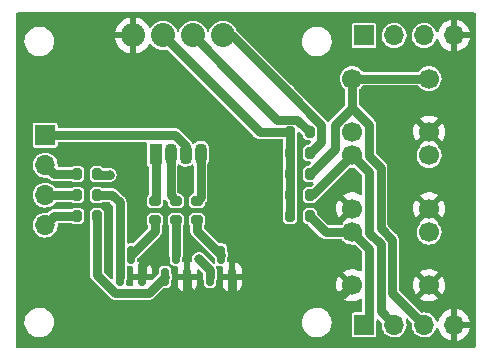
<source format=gbr>
%TF.GenerationSoftware,KiCad,Pcbnew,(6.0.1-0)*%
%TF.CreationDate,2022-03-07T17:04:25+09:00*%
%TF.ProjectId,qLAMP-lcd,714c414d-502d-46c6-9364-2e6b69636164,rev?*%
%TF.SameCoordinates,Original*%
%TF.FileFunction,Copper,L1,Top*%
%TF.FilePolarity,Positive*%
%FSLAX46Y46*%
G04 Gerber Fmt 4.6, Leading zero omitted, Abs format (unit mm)*
G04 Created by KiCad (PCBNEW (6.0.1-0)) date 2022-03-07 17:04:25*
%MOMM*%
%LPD*%
G01*
G04 APERTURE LIST*
G04 Aperture macros list*
%AMRoundRect*
0 Rectangle with rounded corners*
0 $1 Rounding radius*
0 $2 $3 $4 $5 $6 $7 $8 $9 X,Y pos of 4 corners*
0 Add a 4 corners polygon primitive as box body*
4,1,4,$2,$3,$4,$5,$6,$7,$8,$9,$2,$3,0*
0 Add four circle primitives for the rounded corners*
1,1,$1+$1,$2,$3*
1,1,$1+$1,$4,$5*
1,1,$1+$1,$6,$7*
1,1,$1+$1,$8,$9*
0 Add four rect primitives between the rounded corners*
20,1,$1+$1,$2,$3,$4,$5,0*
20,1,$1+$1,$4,$5,$6,$7,0*
20,1,$1+$1,$6,$7,$8,$9,0*
20,1,$1+$1,$8,$9,$2,$3,0*%
G04 Aperture macros list end*
%TA.AperFunction,ComponentPad*%
%ADD10R,1.064920X1.800000*%
%TD*%
%TA.AperFunction,ComponentPad*%
%ADD11O,1.064920X1.800000*%
%TD*%
%TA.AperFunction,ComponentPad*%
%ADD12O,2.032000X2.032000*%
%TD*%
%TA.AperFunction,SMDPad,CuDef*%
%ADD13RoundRect,0.200000X-0.275000X0.200000X-0.275000X-0.200000X0.275000X-0.200000X0.275000X0.200000X0*%
%TD*%
%TA.AperFunction,ComponentPad*%
%ADD14R,1.700000X1.700000*%
%TD*%
%TA.AperFunction,ComponentPad*%
%ADD15O,1.700000X1.700000*%
%TD*%
%TA.AperFunction,SMDPad,CuDef*%
%ADD16RoundRect,0.150000X0.150000X-0.587500X0.150000X0.587500X-0.150000X0.587500X-0.150000X-0.587500X0*%
%TD*%
%TA.AperFunction,SMDPad,CuDef*%
%ADD17RoundRect,0.200000X-0.200000X-0.275000X0.200000X-0.275000X0.200000X0.275000X-0.200000X0.275000X0*%
%TD*%
%TA.AperFunction,ComponentPad*%
%ADD18C,1.700000*%
%TD*%
%TA.AperFunction,ViaPad*%
%ADD19C,0.800000*%
%TD*%
%TA.AperFunction,Conductor*%
%ADD20C,0.762000*%
%TD*%
G04 APERTURE END LIST*
D10*
%TO.P,D1,1,GK*%
%TO.N,Net-(D1-Pad1)*%
X144285005Y-101259996D03*
D11*
%TO.P,D1,2,BK*%
%TO.N,Net-(D1-Pad2)*%
X145555005Y-101259996D03*
%TO.P,D1,3,A*%
%TO.N,VCCL*%
X146825005Y-101259996D03*
%TO.P,D1,4,RK*%
%TO.N,Net-(D1-Pad4)*%
X148095005Y-101259996D03*
%TD*%
D12*
%TO.P,D2,4,SDA*%
%TO.N,SDA*%
X150000000Y-91260000D03*
%TO.P,D2,3,SCL*%
%TO.N,SCL*%
X147460000Y-91260000D03*
%TO.P,D2,2,VCC*%
%TO.N,VCC*%
X144920000Y-91260000D03*
%TO.P,D2,1,GND*%
%TO.N,GND*%
X142380000Y-91260000D03*
%TD*%
D13*
%TO.P,R8,1*%
%TO.N,Net-(D1-Pad2)*%
X146029000Y-105254999D03*
%TO.P,R8,2*%
%TO.N,Net-(Q3-Pad3)*%
X146029000Y-106904999D03*
%TD*%
D14*
%TO.P,J1,1,Pin_1*%
%TO.N,VCC*%
X161940000Y-91260000D03*
D15*
%TO.P,J1,2,Pin_2*%
%TO.N,SCL*%
X164480000Y-91260000D03*
%TO.P,J1,3,Pin_3*%
%TO.N,SDA*%
X167020000Y-91260000D03*
%TO.P,J1,4,Pin_4*%
%TO.N,GND*%
X169560000Y-91260000D03*
%TD*%
D16*
%TO.P,Q2,1,B*%
%TO.N,Net-(Q2-Pad1)*%
X141269000Y-111687500D03*
%TO.P,Q2,2,E*%
%TO.N,GND*%
X143169000Y-111687500D03*
%TO.P,Q2,3,C*%
%TO.N,Net-(Q2-Pad3)*%
X142219000Y-109812500D03*
%TD*%
D17*
%TO.P,R7,1*%
%TO.N,VCC*%
X155694200Y-101223999D03*
%TO.P,R7,2*%
%TO.N,SDA*%
X157344200Y-101223999D03*
%TD*%
D14*
%TO.P,J3,1,Pin_1*%
%TO.N,VCCL*%
X134940000Y-99700000D03*
D15*
%TO.P,J3,2,Pin_2*%
%TO.N,LED_R*%
X134940000Y-102240000D03*
%TO.P,J3,3,Pin_3*%
%TO.N,LED_G*%
X134940000Y-104779999D03*
%TO.P,J3,4,Pin_4*%
%TO.N,LED_B*%
X134940000Y-107320000D03*
%TD*%
D17*
%TO.P,R2,1*%
%TO.N,LED_G*%
X137660200Y-104779999D03*
%TO.P,R2,2*%
%TO.N,Net-(Q2-Pad1)*%
X139310200Y-104779999D03*
%TD*%
%TO.P,R1,1*%
%TO.N,LED_R*%
X137660200Y-103001999D03*
%TO.P,R1,2*%
%TO.N,Net-(Q1-Pad1)*%
X139310200Y-103001999D03*
%TD*%
D18*
%TO.P,SW3,1,1*%
%TO.N,TACT3*%
X160940000Y-107910000D03*
%TO.P,SW3,2,2*%
X167440000Y-107910000D03*
%TO.P,SW3,3,3*%
%TO.N,GND*%
X160940000Y-112410000D03*
%TO.P,SW3,4,4*%
X167440000Y-112410000D03*
%TD*%
D17*
%TO.P,R3,1*%
%TO.N,LED_B*%
X137660200Y-106557999D03*
%TO.P,R3,2*%
%TO.N,Net-(Q3-Pad1)*%
X139310200Y-106557999D03*
%TD*%
D16*
%TO.P,Q3,1,B*%
%TO.N,Net-(Q3-Pad1)*%
X145079000Y-111687500D03*
%TO.P,Q3,2,E*%
%TO.N,GND*%
X146979000Y-111687500D03*
%TO.P,Q3,3,C*%
%TO.N,Net-(Q3-Pad3)*%
X146029000Y-109812500D03*
%TD*%
D13*
%TO.P,R4,1*%
%TO.N,Net-(D1-Pad4)*%
X147807000Y-105254999D03*
%TO.P,R4,2*%
%TO.N,Net-(Q1-Pad3)*%
X147807000Y-106904999D03*
%TD*%
D17*
%TO.P,R11,1*%
%TO.N,VCC*%
X155694200Y-106557999D03*
%TO.P,R11,2*%
%TO.N,TACT3*%
X157344200Y-106557999D03*
%TD*%
D16*
%TO.P,Q1,1,B*%
%TO.N,Net-(Q1-Pad1)*%
X148889000Y-111687500D03*
%TO.P,Q1,2,E*%
%TO.N,GND*%
X150789000Y-111687500D03*
%TO.P,Q1,3,C*%
%TO.N,Net-(Q1-Pad3)*%
X149839000Y-109812500D03*
%TD*%
D17*
%TO.P,R5,1*%
%TO.N,VCC*%
X155694200Y-99445999D03*
%TO.P,R5,2*%
%TO.N,SCL*%
X157344200Y-99445999D03*
%TD*%
%TO.P,R9,1*%
%TO.N,VCC*%
X155694200Y-103001999D03*
%TO.P,R9,2*%
%TO.N,TACT1*%
X157344200Y-103001999D03*
%TD*%
D18*
%TO.P,SW2,1,1*%
%TO.N,TACT2*%
X160940000Y-101410000D03*
%TO.P,SW2,2,2*%
X167440000Y-101410000D03*
%TO.P,SW2,3,3*%
%TO.N,GND*%
X160940000Y-105910000D03*
%TO.P,SW2,4,4*%
X167440000Y-105910000D03*
%TD*%
%TO.P,SW1,1,1*%
%TO.N,TACT1*%
X160940000Y-94910000D03*
%TO.P,SW1,2,2*%
X167440000Y-94910000D03*
%TO.P,SW1,3,3*%
%TO.N,GND*%
X160940000Y-99410000D03*
%TO.P,SW1,4,4*%
X167440000Y-99410000D03*
%TD*%
D13*
%TO.P,R6,1*%
%TO.N,Net-(D1-Pad1)*%
X144251000Y-105254999D03*
%TO.P,R6,2*%
%TO.N,Net-(Q2-Pad3)*%
X144251000Y-106904999D03*
%TD*%
D14*
%TO.P,J2,1,Pin_1*%
%TO.N,TACT3*%
X161940000Y-115760000D03*
D15*
%TO.P,J2,2,Pin_2*%
%TO.N,TACT2*%
X164480000Y-115760000D03*
%TO.P,J2,3,Pin_3*%
%TO.N,TACT1*%
X167020000Y-115760000D03*
%TO.P,J2,4,Pin_4*%
%TO.N,GND*%
X169560000Y-115760000D03*
%TD*%
D17*
%TO.P,R10,1*%
%TO.N,VCC*%
X155694200Y-104779999D03*
%TO.P,R10,2*%
%TO.N,TACT2*%
X157344200Y-104779999D03*
%TD*%
D19*
%TO.N,GND*%
X158890000Y-105820000D03*
X161030000Y-103520000D03*
X163600000Y-98170000D03*
X165180000Y-96200000D03*
X168350000Y-92710000D03*
X170710000Y-95910000D03*
X170590000Y-101760000D03*
X170650000Y-107500000D03*
X170310000Y-112740000D03*
X167470000Y-114180000D03*
X167870000Y-110380000D03*
X165540000Y-109260000D03*
X168140000Y-104290000D03*
X164530000Y-102650000D03*
X154080000Y-109200000D03*
X142470000Y-107400000D03*
X142980000Y-103630000D03*
X136860000Y-101130000D03*
X142760000Y-101050000D03*
X137450000Y-98400000D03*
X137180000Y-112680000D03*
X137990000Y-107780000D03*
X133950000Y-109090000D03*
X140360000Y-116570000D03*
X145570000Y-113490000D03*
X149760000Y-116670000D03*
X154910000Y-114600000D03*
X157470000Y-111360000D03*
X152320000Y-112030000D03*
X156440000Y-108070000D03*
X161140000Y-110140000D03*
X152320000Y-104110000D03*
X149520000Y-107910000D03*
X154200000Y-100740000D03*
X150110000Y-100770000D03*
X154480000Y-92110000D03*
X152350000Y-90850000D03*
X142840000Y-93290000D03*
X140280000Y-95180000D03*
X144210000Y-97970000D03*
X133750000Y-96320000D03*
X136270000Y-90850000D03*
X147530000Y-113260000D03*
X143890000Y-109950000D03*
%TO.N,SDA*%
X155465774Y-95984226D03*
%TO.N,SCL*%
X151020000Y-94820000D03*
%TO.N,Net-(Q1-Pad1)*%
X140390000Y-103050000D03*
X147940000Y-110200000D03*
%TD*%
D20*
%TO.N,GND*%
X143169000Y-110671000D02*
X143890000Y-109950000D01*
X143169000Y-111687500D02*
X143169000Y-110671000D01*
X160090000Y-113260000D02*
X151010000Y-113260000D01*
X150789000Y-113039000D02*
X151010000Y-113260000D01*
X151010000Y-113260000D02*
X147530000Y-113260000D01*
X150789000Y-111687500D02*
X150789000Y-113039000D01*
X160940000Y-112410000D02*
X160090000Y-113260000D01*
X147530000Y-113260000D02*
X146979000Y-112709000D01*
X146979000Y-112709000D02*
X146979000Y-111687500D01*
%TO.N,SDA*%
X150741548Y-91260000D02*
X155465774Y-95984226D01*
X155465774Y-95984226D02*
X158327920Y-98846372D01*
%TO.N,SCL*%
X151020000Y-94820000D02*
X154587279Y-98387279D01*
X147460000Y-91260000D02*
X151020000Y-94820000D01*
%TO.N,TACT1*%
X160940000Y-94910000D02*
X167440000Y-94910000D01*
%TO.N,SDA*%
X150000000Y-91260000D02*
X150741548Y-91260000D01*
X158327920Y-98846372D02*
X158327920Y-100240279D01*
X158327920Y-100240279D02*
X157344200Y-101223999D01*
%TO.N,SCL*%
X154587279Y-98387279D02*
X156285480Y-98387279D01*
X156285480Y-98387279D02*
X157344200Y-99445999D01*
%TO.N,VCC*%
X144920000Y-91260000D02*
X153105999Y-99445999D01*
X153105999Y-99445999D02*
X155694200Y-99445999D01*
%TO.N,TACT1*%
X164303151Y-108544511D02*
X163338431Y-107579791D01*
X164303151Y-113043151D02*
X164303151Y-108544511D01*
X163338431Y-102444111D02*
X162373711Y-101479391D01*
X167020000Y-115760000D02*
X164303151Y-113043151D01*
X163338431Y-107579791D02*
X163338431Y-102444111D01*
X162373711Y-101479391D02*
X162373711Y-98816136D01*
X162373711Y-98816136D02*
X160940000Y-97382425D01*
%TO.N,TACT2*%
X164480000Y-115760000D02*
X163338431Y-114618431D01*
X163338431Y-114618431D02*
X163338431Y-108944111D01*
X163338431Y-108944111D02*
X162373711Y-107979391D01*
X162373711Y-107979391D02*
X162373711Y-102843711D01*
X162373711Y-102843711D02*
X160940000Y-101410000D01*
%TO.N,TACT3*%
X161940000Y-115760000D02*
X162373711Y-115326289D01*
X162373711Y-115326289D02*
X162373711Y-109343711D01*
X162373711Y-109343711D02*
X160940000Y-107910000D01*
X157344200Y-106557999D02*
X158696201Y-107910000D01*
X158696201Y-107910000D02*
X160940000Y-107910000D01*
%TO.N,TACT2*%
X157344200Y-104779999D02*
X157570001Y-104779999D01*
X157570001Y-104779999D02*
X160940000Y-101410000D01*
%TO.N,TACT1*%
X157344200Y-103001999D02*
X159506289Y-100839910D01*
X159506289Y-100839910D02*
X159506289Y-98816136D01*
X159506289Y-98816136D02*
X160940000Y-97382425D01*
X160940000Y-97382425D02*
X160940000Y-94910000D01*
%TO.N,VCC*%
X155694200Y-99445999D02*
X155694200Y-101223999D01*
X155694200Y-101223999D02*
X155694200Y-103001999D01*
X155694200Y-103001999D02*
X155694200Y-104779999D01*
X155694200Y-106557999D02*
X155694200Y-104779999D01*
%TO.N,Net-(Q1-Pad1)*%
X148889000Y-111687500D02*
X148889000Y-111149000D01*
X148889000Y-111149000D02*
X147940000Y-110200000D01*
X140390000Y-103050000D02*
X139358201Y-103050000D01*
X139358201Y-103050000D02*
X139310200Y-103001999D01*
%TO.N,Net-(Q3-Pad1)*%
X145079000Y-111687500D02*
X143736500Y-113030000D01*
X143736500Y-113030000D02*
X140836364Y-113030000D01*
X140836364Y-113030000D02*
X139310200Y-111503836D01*
X139310200Y-111503836D02*
X139310200Y-106557999D01*
%TO.N,Net-(Q2-Pad1)*%
X141254280Y-111672780D02*
X141254280Y-105394280D01*
X141269000Y-111687500D02*
X141254280Y-111672780D01*
X141254280Y-105394280D02*
X140639999Y-104779999D01*
X140639999Y-104779999D02*
X139310200Y-104779999D01*
%TO.N,Net-(Q2-Pad3)*%
X144251000Y-106904999D02*
X144251000Y-107780500D01*
X144251000Y-107780500D02*
X142219000Y-109812500D01*
%TO.N,Net-(Q3-Pad3)*%
X146029000Y-106904999D02*
X146029000Y-109812500D01*
%TO.N,Net-(Q1-Pad3)*%
X147807000Y-106904999D02*
X147807000Y-107780500D01*
X147807000Y-107780500D02*
X149839000Y-109812500D01*
%TO.N,Net-(D1-Pad4)*%
X148095000Y-101259999D02*
X148095000Y-104966999D01*
X148095000Y-104966999D02*
X147807000Y-105254999D01*
%TO.N,Net-(D1-Pad2)*%
X145555000Y-101259999D02*
X145555000Y-104780999D01*
X145555000Y-104780999D02*
X146029000Y-105254999D01*
%TO.N,Net-(D1-Pad1)*%
X144285000Y-101259999D02*
X144285000Y-105220999D01*
X144285000Y-105220999D02*
X144251000Y-105254999D01*
%TO.N,LED_B*%
X137660200Y-106557999D02*
X135702001Y-106557999D01*
X135702001Y-106557999D02*
X134940000Y-107320000D01*
%TO.N,LED_G*%
X137660200Y-104779999D02*
X134940000Y-104779999D01*
%TO.N,LED_R*%
X137660200Y-103001999D02*
X135701999Y-103001999D01*
X135701999Y-103001999D02*
X134940000Y-102240000D01*
%TO.N,VCCL*%
X134940000Y-99700000D02*
X145942109Y-99700000D01*
X145942109Y-99700000D02*
X146825000Y-100582891D01*
X146825000Y-100582891D02*
X146825000Y-101259999D01*
%TD*%
%TA.AperFunction,Conductor*%
%TO.N,GND*%
G36*
X171332121Y-89330002D02*
G01*
X171378614Y-89383658D01*
X171390000Y-89436000D01*
X171390000Y-117584000D01*
X171369998Y-117652121D01*
X171316342Y-117698614D01*
X171264000Y-117710000D01*
X132616000Y-117710000D01*
X132547879Y-117689998D01*
X132501386Y-117636342D01*
X132490000Y-117584000D01*
X132490000Y-115599438D01*
X133185066Y-115599438D01*
X133211883Y-115821044D01*
X133277519Y-116034400D01*
X133379901Y-116232759D01*
X133383310Y-116237201D01*
X133383312Y-116237205D01*
X133489036Y-116374987D01*
X133515790Y-116409854D01*
X133680893Y-116560086D01*
X133869990Y-116678707D01*
X134077105Y-116761966D01*
X134082593Y-116763103D01*
X134082598Y-116763104D01*
X134240053Y-116795711D01*
X134295690Y-116807233D01*
X134300303Y-116807499D01*
X134350526Y-116810395D01*
X134350530Y-116810395D01*
X134352349Y-116810500D01*
X134496630Y-116810500D01*
X134499417Y-116810251D01*
X134499423Y-116810251D01*
X134571792Y-116803792D01*
X134662339Y-116795711D01*
X134667753Y-116794230D01*
X134667758Y-116794229D01*
X134795104Y-116759390D01*
X134877651Y-116736808D01*
X134882709Y-116734396D01*
X134882713Y-116734394D01*
X135002393Y-116677309D01*
X135079129Y-116640708D01*
X135260405Y-116510448D01*
X135387987Y-116378794D01*
X135411846Y-116354174D01*
X135411848Y-116354171D01*
X135415749Y-116350146D01*
X135540250Y-116164868D01*
X135629974Y-115960471D01*
X135631282Y-115955023D01*
X135631284Y-115955017D01*
X135680775Y-115748872D01*
X135680775Y-115748871D01*
X135682085Y-115743415D01*
X135690387Y-115599438D01*
X156685066Y-115599438D01*
X156711883Y-115821044D01*
X156777519Y-116034400D01*
X156879901Y-116232759D01*
X156883310Y-116237201D01*
X156883312Y-116237205D01*
X156989036Y-116374987D01*
X157015790Y-116409854D01*
X157180893Y-116560086D01*
X157369990Y-116678707D01*
X157577105Y-116761966D01*
X157582593Y-116763103D01*
X157582598Y-116763104D01*
X157740053Y-116795711D01*
X157795690Y-116807233D01*
X157800303Y-116807499D01*
X157850526Y-116810395D01*
X157850530Y-116810395D01*
X157852349Y-116810500D01*
X157996630Y-116810500D01*
X157999417Y-116810251D01*
X157999423Y-116810251D01*
X158071792Y-116803792D01*
X158162339Y-116795711D01*
X158167753Y-116794230D01*
X158167758Y-116794229D01*
X158295104Y-116759390D01*
X158377651Y-116736808D01*
X158382709Y-116734396D01*
X158382713Y-116734394D01*
X158502393Y-116677309D01*
X158579129Y-116640708D01*
X158760405Y-116510448D01*
X158887987Y-116378794D01*
X158911846Y-116354174D01*
X158911848Y-116354171D01*
X158915749Y-116350146D01*
X159040250Y-116164868D01*
X159129974Y-115960471D01*
X159131282Y-115955023D01*
X159131284Y-115955017D01*
X159180775Y-115748872D01*
X159180775Y-115748871D01*
X159182085Y-115743415D01*
X159190710Y-115593831D01*
X159194611Y-115526169D01*
X159194611Y-115526166D01*
X159194934Y-115520562D01*
X159168117Y-115298956D01*
X159102481Y-115085600D01*
X159065492Y-115013935D01*
X159002672Y-114892226D01*
X159000099Y-114887241D01*
X158996690Y-114882799D01*
X158996688Y-114882795D01*
X158867620Y-114714590D01*
X158864210Y-114710146D01*
X158699107Y-114559914D01*
X158510010Y-114441293D01*
X158302895Y-114358034D01*
X158297407Y-114356897D01*
X158297402Y-114356896D01*
X158132845Y-114322818D01*
X158084310Y-114312767D01*
X158079697Y-114312501D01*
X158029474Y-114309605D01*
X158029470Y-114309605D01*
X158027651Y-114309500D01*
X157883370Y-114309500D01*
X157880583Y-114309749D01*
X157880577Y-114309749D01*
X157811003Y-114315959D01*
X157717661Y-114324289D01*
X157712247Y-114325770D01*
X157712242Y-114325771D01*
X157598470Y-114356896D01*
X157502349Y-114383192D01*
X157497291Y-114385604D01*
X157497287Y-114385606D01*
X157439549Y-114413146D01*
X157300871Y-114479292D01*
X157119595Y-114609552D01*
X157097146Y-114632718D01*
X156973443Y-114760369D01*
X156964251Y-114769854D01*
X156839750Y-114955132D01*
X156750026Y-115159529D01*
X156748718Y-115164977D01*
X156748716Y-115164983D01*
X156699225Y-115371128D01*
X156697915Y-115376585D01*
X156697592Y-115382190D01*
X156687912Y-115550083D01*
X156685066Y-115599438D01*
X135690387Y-115599438D01*
X135690710Y-115593831D01*
X135694611Y-115526169D01*
X135694611Y-115526166D01*
X135694934Y-115520562D01*
X135668117Y-115298956D01*
X135602481Y-115085600D01*
X135565492Y-115013935D01*
X135502672Y-114892226D01*
X135500099Y-114887241D01*
X135496690Y-114882799D01*
X135496688Y-114882795D01*
X135367620Y-114714590D01*
X135364210Y-114710146D01*
X135199107Y-114559914D01*
X135010010Y-114441293D01*
X134802895Y-114358034D01*
X134797407Y-114356897D01*
X134797402Y-114356896D01*
X134632845Y-114322818D01*
X134584310Y-114312767D01*
X134579697Y-114312501D01*
X134529474Y-114309605D01*
X134529470Y-114309605D01*
X134527651Y-114309500D01*
X134383370Y-114309500D01*
X134380583Y-114309749D01*
X134380577Y-114309749D01*
X134311003Y-114315959D01*
X134217661Y-114324289D01*
X134212247Y-114325770D01*
X134212242Y-114325771D01*
X134098470Y-114356896D01*
X134002349Y-114383192D01*
X133997291Y-114385604D01*
X133997287Y-114385606D01*
X133939549Y-114413146D01*
X133800871Y-114479292D01*
X133619595Y-114609552D01*
X133597146Y-114632718D01*
X133473443Y-114760369D01*
X133464251Y-114769854D01*
X133339750Y-114955132D01*
X133250026Y-115159529D01*
X133248718Y-115164977D01*
X133248716Y-115164983D01*
X133199225Y-115371128D01*
X133197915Y-115376585D01*
X133197592Y-115382190D01*
X133187912Y-115550083D01*
X133185066Y-115599438D01*
X132490000Y-115599438D01*
X132490000Y-107305217D01*
X133881305Y-107305217D01*
X133881821Y-107311361D01*
X133898080Y-107504994D01*
X133898081Y-107504999D01*
X133898596Y-107511133D01*
X133927076Y-107610452D01*
X133952307Y-107698442D01*
X133955555Y-107709770D01*
X134050010Y-107893560D01*
X134053835Y-107898386D01*
X134053837Y-107898389D01*
X134087425Y-107940766D01*
X134178364Y-108055503D01*
X134335730Y-108189431D01*
X134516111Y-108290243D01*
X134712639Y-108354099D01*
X134917826Y-108378566D01*
X134923961Y-108378094D01*
X134923963Y-108378094D01*
X135117715Y-108363185D01*
X135117718Y-108363184D01*
X135123858Y-108362712D01*
X135322887Y-108307143D01*
X135507332Y-108213973D01*
X135534899Y-108192436D01*
X135665307Y-108090550D01*
X135665308Y-108090549D01*
X135670168Y-108086752D01*
X135805191Y-107930325D01*
X135814737Y-107913522D01*
X135868534Y-107818821D01*
X135907260Y-107750652D01*
X135972486Y-107554575D01*
X135998385Y-107349563D01*
X135998798Y-107320000D01*
X135998455Y-107316500D01*
X135998454Y-107316480D01*
X135994974Y-107280996D01*
X136008232Y-107211248D01*
X136057094Y-107159741D01*
X136120372Y-107142699D01*
X137152788Y-107142699D01*
X137218184Y-107161901D01*
X137219953Y-107163670D01*
X137228784Y-107168170D01*
X137228786Y-107168171D01*
X137255596Y-107181831D01*
X137333895Y-107221726D01*
X137343685Y-107223277D01*
X137343686Y-107223277D01*
X137370163Y-107227470D01*
X137428430Y-107236699D01*
X137891970Y-107236699D01*
X137950237Y-107227470D01*
X137976714Y-107223277D01*
X137976715Y-107223277D01*
X137986505Y-107221726D01*
X138100447Y-107163670D01*
X138190871Y-107073246D01*
X138248927Y-106959304D01*
X138252946Y-106933933D01*
X138258716Y-106897498D01*
X138263900Y-106864769D01*
X138706500Y-106864769D01*
X138717455Y-106933933D01*
X138721473Y-106959304D01*
X138721179Y-106959351D01*
X138725500Y-106986635D01*
X138725500Y-111457258D01*
X138724422Y-111473705D01*
X138720455Y-111503836D01*
X138725500Y-111542155D01*
X138725500Y-111542157D01*
X138740550Y-111656473D01*
X138743710Y-111664103D01*
X138743711Y-111664105D01*
X138763177Y-111711100D01*
X138763178Y-111711101D01*
X138799466Y-111798709D01*
X138819960Y-111825417D01*
X138893187Y-111920849D01*
X138899733Y-111925872D01*
X138899736Y-111925875D01*
X138917309Y-111939359D01*
X138929701Y-111950227D01*
X140389977Y-113410503D01*
X140400844Y-113422894D01*
X140419351Y-113447013D01*
X140496978Y-113506577D01*
X140541491Y-113540734D01*
X140683727Y-113599650D01*
X140811095Y-113616419D01*
X140828169Y-113618667D01*
X140836364Y-113619746D01*
X140844560Y-113618667D01*
X140866502Y-113615778D01*
X140882949Y-113614700D01*
X143689922Y-113614700D01*
X143706369Y-113615778D01*
X143736500Y-113619745D01*
X143774819Y-113614700D01*
X143774824Y-113614700D01*
X143880949Y-113600728D01*
X143889137Y-113599650D01*
X143999623Y-113553885D01*
X144031373Y-113540734D01*
X144075886Y-113506577D01*
X144153513Y-113447013D01*
X144172020Y-113422894D01*
X144182888Y-113410502D01*
X144927787Y-112665604D01*
X144990099Y-112631579D01*
X145016881Y-112628700D01*
X145238358Y-112628699D01*
X145262526Y-112628699D01*
X145267084Y-112628028D01*
X145267086Y-112628028D01*
X145322356Y-112619893D01*
X145332045Y-112618467D01*
X145437744Y-112566571D01*
X145520934Y-112483235D01*
X145525834Y-112473212D01*
X145562995Y-112397188D01*
X145572646Y-112377445D01*
X145577537Y-112343920D01*
X145578257Y-112338984D01*
X146171001Y-112338984D01*
X146171195Y-112343920D01*
X146173430Y-112372336D01*
X146175730Y-112384931D01*
X146218107Y-112530790D01*
X146224352Y-112545221D01*
X146300911Y-112674678D01*
X146310551Y-112687104D01*
X146416896Y-112793449D01*
X146429322Y-112803089D01*
X146558779Y-112879648D01*
X146573210Y-112885893D01*
X146707605Y-112924939D01*
X146721706Y-112924899D01*
X146725000Y-112917630D01*
X146725000Y-112911878D01*
X147233000Y-112911878D01*
X147236973Y-112925409D01*
X147244871Y-112926544D01*
X147384790Y-112885893D01*
X147399221Y-112879648D01*
X147528678Y-112803089D01*
X147541104Y-112793449D01*
X147647449Y-112687104D01*
X147657089Y-112674678D01*
X147733648Y-112545221D01*
X147739893Y-112530790D01*
X147782269Y-112384935D01*
X147784570Y-112372333D01*
X147786807Y-112343916D01*
X147787000Y-112338986D01*
X147787000Y-111959615D01*
X147782525Y-111944376D01*
X147781135Y-111943171D01*
X147773452Y-111941500D01*
X147251115Y-111941500D01*
X147235876Y-111945975D01*
X147234671Y-111947365D01*
X147233000Y-111955048D01*
X147233000Y-112911878D01*
X146725000Y-112911878D01*
X146725000Y-111959615D01*
X146720525Y-111944376D01*
X146719135Y-111943171D01*
X146711452Y-111941500D01*
X146189116Y-111941500D01*
X146173877Y-111945975D01*
X146172672Y-111947365D01*
X146171001Y-111955048D01*
X146171001Y-112338984D01*
X145578257Y-112338984D01*
X145582040Y-112313054D01*
X145582040Y-112313048D01*
X145582700Y-112308527D01*
X145582700Y-112024417D01*
X145592291Y-111976200D01*
X145645489Y-111847768D01*
X145645490Y-111847765D01*
X145648650Y-111840137D01*
X145668746Y-111687500D01*
X145648650Y-111534863D01*
X145592290Y-111398797D01*
X145582699Y-111350580D01*
X145582699Y-111066474D01*
X145580488Y-111051448D01*
X145573893Y-111006644D01*
X145572467Y-110996955D01*
X145520571Y-110891256D01*
X145513200Y-110883898D01*
X145507137Y-110875429D01*
X145509290Y-110873887D01*
X145482576Y-110825066D01*
X145482842Y-110821306D01*
X145442042Y-110812469D01*
X145440980Y-110811804D01*
X145437235Y-110808066D01*
X145427884Y-110803495D01*
X145427881Y-110803493D01*
X145344327Y-110762651D01*
X145331445Y-110756354D01*
X145321770Y-110754943D01*
X145321768Y-110754942D01*
X145267054Y-110746960D01*
X145267048Y-110746960D01*
X145262527Y-110746300D01*
X145079720Y-110746300D01*
X144895474Y-110746301D01*
X144890916Y-110746972D01*
X144890914Y-110746972D01*
X144850028Y-110752990D01*
X144825955Y-110756533D01*
X144720256Y-110808429D01*
X144637066Y-110891765D01*
X144585354Y-110997555D01*
X144583943Y-111007230D01*
X144583942Y-111007232D01*
X144577076Y-111054301D01*
X144575300Y-111066473D01*
X144575300Y-111312118D01*
X144555298Y-111380239D01*
X144538396Y-111401213D01*
X144035014Y-111904596D01*
X143972702Y-111938620D01*
X143945919Y-111941500D01*
X142379116Y-111941500D01*
X142363877Y-111945975D01*
X142362672Y-111947365D01*
X142361001Y-111955048D01*
X142361001Y-112319300D01*
X142340999Y-112387421D01*
X142287343Y-112433914D01*
X142235001Y-112445300D01*
X141897918Y-112445300D01*
X141829797Y-112425298D01*
X141783304Y-112371642D01*
X141772365Y-112310823D01*
X141772700Y-112308527D01*
X141772700Y-112024417D01*
X141782291Y-111976200D01*
X141835490Y-111847765D01*
X141835491Y-111847761D01*
X141838649Y-111840137D01*
X141839726Y-111831957D01*
X141839727Y-111831953D01*
X141857667Y-111695688D01*
X141858745Y-111687500D01*
X141840058Y-111545564D01*
X141838980Y-111529117D01*
X141838980Y-110870750D01*
X141858982Y-110802629D01*
X141912638Y-110756136D01*
X141983168Y-110746070D01*
X142011751Y-110750239D01*
X142035473Y-110753700D01*
X142047416Y-110753700D01*
X142266586Y-110753699D01*
X142334706Y-110773701D01*
X142381199Y-110827356D01*
X142391304Y-110897630D01*
X142387583Y-110914853D01*
X142365731Y-110990065D01*
X142363430Y-111002667D01*
X142361193Y-111031084D01*
X142361000Y-111036014D01*
X142361000Y-111415385D01*
X142365475Y-111430624D01*
X142366865Y-111431829D01*
X142374548Y-111433500D01*
X142896885Y-111433500D01*
X142912124Y-111429025D01*
X142913329Y-111427635D01*
X142915000Y-111419952D01*
X142915000Y-111415385D01*
X143423000Y-111415385D01*
X143427475Y-111430624D01*
X143428865Y-111431829D01*
X143436548Y-111433500D01*
X143958884Y-111433500D01*
X143974123Y-111429025D01*
X143975328Y-111427635D01*
X143976999Y-111419952D01*
X143976999Y-111036017D01*
X143976805Y-111031080D01*
X143974570Y-111002664D01*
X143972270Y-110990069D01*
X143929893Y-110844210D01*
X143923648Y-110829779D01*
X143847089Y-110700322D01*
X143837449Y-110687896D01*
X143731104Y-110581551D01*
X143718678Y-110571911D01*
X143589221Y-110495352D01*
X143574790Y-110489107D01*
X143440395Y-110450061D01*
X143426294Y-110450101D01*
X143423000Y-110457370D01*
X143423000Y-111415385D01*
X142915000Y-111415385D01*
X142915000Y-110463122D01*
X142911027Y-110449591D01*
X142903130Y-110448456D01*
X142883854Y-110454056D01*
X142812857Y-110453854D01*
X142753241Y-110415300D01*
X142723932Y-110350635D01*
X142722700Y-110333059D01*
X142722700Y-110187880D01*
X142742702Y-110119759D01*
X142759605Y-110098785D01*
X144631503Y-108226887D01*
X144643895Y-108216019D01*
X144646562Y-108213973D01*
X144668013Y-108197513D01*
X144750107Y-108090525D01*
X144761734Y-108075373D01*
X144764895Y-108067743D01*
X144794278Y-107996804D01*
X144817490Y-107940766D01*
X144817491Y-107940763D01*
X144820650Y-107933137D01*
X144824158Y-107906495D01*
X144835700Y-107818821D01*
X144835700Y-107818819D01*
X144839667Y-107788688D01*
X144840745Y-107780500D01*
X144837522Y-107756015D01*
X144836778Y-107750367D01*
X144835700Y-107733921D01*
X144835700Y-107412411D01*
X144854902Y-107347015D01*
X144856671Y-107345246D01*
X144869535Y-107320000D01*
X144889408Y-107280996D01*
X144914727Y-107231304D01*
X144929700Y-107136769D01*
X145350300Y-107136769D01*
X145365273Y-107231304D01*
X145390592Y-107280996D01*
X145410466Y-107320000D01*
X145421217Y-107341100D01*
X145423329Y-107345246D01*
X145422793Y-107345519D01*
X145444094Y-107405216D01*
X145444300Y-107412411D01*
X145444300Y-109850821D01*
X145444838Y-109854907D01*
X145444838Y-109854908D01*
X145458272Y-109956949D01*
X145459350Y-109965137D01*
X145515710Y-110101200D01*
X145515710Y-110101201D01*
X145525301Y-110149417D01*
X145525301Y-110433526D01*
X145525971Y-110438076D01*
X145525972Y-110438086D01*
X145528293Y-110453854D01*
X145535533Y-110503045D01*
X145587429Y-110608744D01*
X145594800Y-110616102D01*
X145600863Y-110624571D01*
X145598710Y-110626113D01*
X145625424Y-110674934D01*
X145625158Y-110678694D01*
X145665958Y-110687531D01*
X145667020Y-110688196D01*
X145670765Y-110691934D01*
X145680116Y-110696505D01*
X145680119Y-110696507D01*
X145743179Y-110727331D01*
X145776555Y-110743646D01*
X145786230Y-110745057D01*
X145786232Y-110745058D01*
X145840946Y-110753040D01*
X145840952Y-110753040D01*
X145845473Y-110753700D01*
X145857416Y-110753700D01*
X146076586Y-110753699D01*
X146144706Y-110773701D01*
X146191199Y-110827356D01*
X146201304Y-110897630D01*
X146197583Y-110914853D01*
X146175731Y-110990065D01*
X146173430Y-111002667D01*
X146171193Y-111031084D01*
X146171000Y-111036014D01*
X146171000Y-111415385D01*
X146175475Y-111430624D01*
X146176865Y-111431829D01*
X146184548Y-111433500D01*
X146706885Y-111433500D01*
X146722124Y-111429025D01*
X146723329Y-111427635D01*
X146725000Y-111419952D01*
X146725000Y-110463122D01*
X146721027Y-110449591D01*
X146713130Y-110448456D01*
X146693854Y-110454056D01*
X146622857Y-110453854D01*
X146563241Y-110415300D01*
X146533932Y-110350635D01*
X146532700Y-110333059D01*
X146532700Y-110149417D01*
X146542291Y-110101199D01*
X146595490Y-109972766D01*
X146598650Y-109965137D01*
X146599728Y-109956949D01*
X146613162Y-109854908D01*
X146613162Y-109854907D01*
X146613700Y-109850821D01*
X146613700Y-107412411D01*
X146632902Y-107347015D01*
X146634671Y-107345246D01*
X146647535Y-107320000D01*
X146667408Y-107280996D01*
X146692727Y-107231304D01*
X146707700Y-107136769D01*
X147128300Y-107136769D01*
X147143273Y-107231304D01*
X147168592Y-107280996D01*
X147188466Y-107320000D01*
X147199217Y-107341100D01*
X147201329Y-107345246D01*
X147200793Y-107345519D01*
X147222094Y-107405216D01*
X147222300Y-107412411D01*
X147222300Y-107733922D01*
X147221222Y-107750367D01*
X147217255Y-107780500D01*
X147218333Y-107788688D01*
X147222300Y-107818819D01*
X147222300Y-107818821D01*
X147234768Y-107913522D01*
X147237350Y-107933137D01*
X147240509Y-107940763D01*
X147263722Y-107996804D01*
X147293105Y-108067743D01*
X147293107Y-108067747D01*
X147296266Y-108075373D01*
X147307893Y-108090525D01*
X147389987Y-108197513D01*
X147396537Y-108202539D01*
X147396541Y-108202543D01*
X147414109Y-108216023D01*
X147426501Y-108226891D01*
X149298396Y-110098786D01*
X149332422Y-110161098D01*
X149335301Y-110187880D01*
X149335301Y-110433526D01*
X149337664Y-110449578D01*
X149327796Y-110519882D01*
X149281483Y-110573693D01*
X149213430Y-110593924D01*
X149145243Y-110574151D01*
X149123912Y-110557021D01*
X148482803Y-109915913D01*
X148467513Y-109895986D01*
X148467331Y-109895546D01*
X148370564Y-109769436D01*
X148244455Y-109672669D01*
X148160978Y-109638092D01*
X148105227Y-109614999D01*
X148105224Y-109614998D01*
X148097597Y-109611839D01*
X147940000Y-109591091D01*
X147782403Y-109611839D01*
X147774776Y-109614998D01*
X147774773Y-109614999D01*
X147719022Y-109638092D01*
X147635546Y-109672669D01*
X147509436Y-109769436D01*
X147412669Y-109895546D01*
X147409509Y-109903176D01*
X147380684Y-109972766D01*
X147351839Y-110042403D01*
X147331091Y-110200000D01*
X147332169Y-110208188D01*
X147345270Y-110307701D01*
X147334331Y-110377850D01*
X147287202Y-110430948D01*
X147245539Y-110442977D01*
X147237029Y-110448480D01*
X147233000Y-110457370D01*
X147233000Y-111415385D01*
X147237475Y-111430624D01*
X147238865Y-111431829D01*
X147246548Y-111433500D01*
X147768884Y-111433500D01*
X147784123Y-111429025D01*
X147785328Y-111427635D01*
X147786999Y-111419952D01*
X147786999Y-111178080D01*
X147807001Y-111109959D01*
X147860657Y-111063466D01*
X147930931Y-111053362D01*
X147995511Y-111082856D01*
X148002087Y-111088978D01*
X148267396Y-111354287D01*
X148301421Y-111416599D01*
X148304300Y-111443382D01*
X148304300Y-111725821D01*
X148319350Y-111840137D01*
X148375710Y-111976200D01*
X148375710Y-111976201D01*
X148385301Y-112024417D01*
X148385301Y-112308526D01*
X148395533Y-112378045D01*
X148447429Y-112483744D01*
X148530765Y-112566934D01*
X148636555Y-112618646D01*
X148646230Y-112620057D01*
X148646232Y-112620058D01*
X148700946Y-112628040D01*
X148700952Y-112628040D01*
X148705473Y-112628700D01*
X148888280Y-112628700D01*
X149072526Y-112628699D01*
X149077084Y-112628028D01*
X149077086Y-112628028D01*
X149132356Y-112619893D01*
X149142045Y-112618467D01*
X149247744Y-112566571D01*
X149330934Y-112483235D01*
X149335834Y-112473212D01*
X149372995Y-112397188D01*
X149382646Y-112377445D01*
X149387537Y-112343920D01*
X149388257Y-112338984D01*
X149981001Y-112338984D01*
X149981195Y-112343920D01*
X149983430Y-112372336D01*
X149985730Y-112384931D01*
X150028107Y-112530790D01*
X150034352Y-112545221D01*
X150110911Y-112674678D01*
X150120551Y-112687104D01*
X150226896Y-112793449D01*
X150239322Y-112803089D01*
X150368779Y-112879648D01*
X150383210Y-112885893D01*
X150517605Y-112924939D01*
X150531706Y-112924899D01*
X150535000Y-112917630D01*
X150535000Y-112911878D01*
X151043000Y-112911878D01*
X151046973Y-112925409D01*
X151054871Y-112926544D01*
X151194790Y-112885893D01*
X151209221Y-112879648D01*
X151338678Y-112803089D01*
X151351104Y-112793449D01*
X151457449Y-112687104D01*
X151467089Y-112674678D01*
X151543648Y-112545221D01*
X151549893Y-112530790D01*
X151592269Y-112384935D01*
X151592830Y-112381863D01*
X159578050Y-112381863D01*
X159590309Y-112594477D01*
X159591745Y-112604697D01*
X159638565Y-112812446D01*
X159641645Y-112822275D01*
X159721770Y-113019603D01*
X159726413Y-113028794D01*
X159806460Y-113159420D01*
X159816916Y-113168880D01*
X159825694Y-113165096D01*
X160567978Y-112422812D01*
X160575592Y-112408868D01*
X160575461Y-112407035D01*
X160571210Y-112400420D01*
X159829849Y-111659059D01*
X159818313Y-111652759D01*
X159806031Y-111662382D01*
X159758089Y-111732662D01*
X159753004Y-111741613D01*
X159663338Y-111934783D01*
X159659775Y-111944470D01*
X159602864Y-112149681D01*
X159600933Y-112159800D01*
X159578302Y-112371574D01*
X159578050Y-112381863D01*
X151592830Y-112381863D01*
X151594570Y-112372333D01*
X151596807Y-112343916D01*
X151597000Y-112338986D01*
X151597000Y-111959615D01*
X151592525Y-111944376D01*
X151591135Y-111943171D01*
X151583452Y-111941500D01*
X151061115Y-111941500D01*
X151045876Y-111945975D01*
X151044671Y-111947365D01*
X151043000Y-111955048D01*
X151043000Y-112911878D01*
X150535000Y-112911878D01*
X150535000Y-111959615D01*
X150530525Y-111944376D01*
X150529135Y-111943171D01*
X150521452Y-111941500D01*
X149999116Y-111941500D01*
X149983877Y-111945975D01*
X149982672Y-111947365D01*
X149981001Y-111955048D01*
X149981001Y-112338984D01*
X149388257Y-112338984D01*
X149392040Y-112313054D01*
X149392040Y-112313048D01*
X149392700Y-112308527D01*
X149392700Y-112024417D01*
X149402291Y-111976199D01*
X149455490Y-111847766D01*
X149455490Y-111847765D01*
X149458650Y-111840137D01*
X149473700Y-111725821D01*
X149473700Y-111195586D01*
X149474778Y-111179139D01*
X149477668Y-111157188D01*
X149478746Y-111149000D01*
X149458650Y-110996363D01*
X149421716Y-110907196D01*
X149414127Y-110836609D01*
X149445906Y-110773122D01*
X149506964Y-110736894D01*
X149575329Y-110738598D01*
X149577773Y-110739353D01*
X149586555Y-110743646D01*
X149623860Y-110749088D01*
X149650946Y-110753040D01*
X149650952Y-110753040D01*
X149655473Y-110753700D01*
X149667416Y-110753700D01*
X149886586Y-110753699D01*
X149954706Y-110773701D01*
X150001199Y-110827356D01*
X150011304Y-110897630D01*
X150007583Y-110914853D01*
X149985731Y-110990065D01*
X149983430Y-111002667D01*
X149981193Y-111031084D01*
X149981000Y-111036014D01*
X149981000Y-111415385D01*
X149985475Y-111430624D01*
X149986865Y-111431829D01*
X149994548Y-111433500D01*
X150516885Y-111433500D01*
X150532124Y-111429025D01*
X150533329Y-111427635D01*
X150535000Y-111419952D01*
X150535000Y-111415385D01*
X151043000Y-111415385D01*
X151047475Y-111430624D01*
X151048865Y-111431829D01*
X151056548Y-111433500D01*
X151578884Y-111433500D01*
X151594123Y-111429025D01*
X151595328Y-111427635D01*
X151596999Y-111419952D01*
X151596999Y-111036017D01*
X151596805Y-111031080D01*
X151594570Y-111002664D01*
X151592270Y-110990069D01*
X151549893Y-110844210D01*
X151543648Y-110829779D01*
X151467089Y-110700322D01*
X151457449Y-110687896D01*
X151351104Y-110581551D01*
X151338678Y-110571911D01*
X151209221Y-110495352D01*
X151194790Y-110489107D01*
X151060395Y-110450061D01*
X151046294Y-110450101D01*
X151043000Y-110457370D01*
X151043000Y-111415385D01*
X150535000Y-111415385D01*
X150535000Y-110463122D01*
X150531027Y-110449591D01*
X150523130Y-110448456D01*
X150503854Y-110454056D01*
X150432857Y-110453854D01*
X150373241Y-110415300D01*
X150343932Y-110350635D01*
X150342700Y-110333059D01*
X150342700Y-110149418D01*
X150352291Y-110101200D01*
X150405488Y-109972769D01*
X150405489Y-109972766D01*
X150408649Y-109965138D01*
X150428745Y-109812500D01*
X150422413Y-109764408D01*
X150409727Y-109668047D01*
X150409726Y-109668043D01*
X150408649Y-109659863D01*
X150405491Y-109652239D01*
X150405490Y-109652235D01*
X150352290Y-109523798D01*
X150342699Y-109475581D01*
X150342699Y-109191474D01*
X150332467Y-109121955D01*
X150280571Y-109016256D01*
X150217389Y-108953185D01*
X150204604Y-108940422D01*
X150197235Y-108933066D01*
X150091445Y-108881354D01*
X150081770Y-108879943D01*
X150081768Y-108879942D01*
X150027054Y-108871960D01*
X150027048Y-108871960D01*
X150022527Y-108871300D01*
X149998538Y-108871300D01*
X149776881Y-108871301D01*
X149708761Y-108851299D01*
X149687786Y-108834396D01*
X148428605Y-107575215D01*
X148394579Y-107512903D01*
X148391700Y-107486120D01*
X148391700Y-107412411D01*
X148410902Y-107347015D01*
X148412671Y-107345246D01*
X148425535Y-107320000D01*
X148445408Y-107280996D01*
X148470727Y-107231304D01*
X148485700Y-107136769D01*
X148485700Y-106673229D01*
X148470727Y-106578694D01*
X148412671Y-106464752D01*
X148322247Y-106374328D01*
X148208305Y-106316272D01*
X148198515Y-106314721D01*
X148198514Y-106314721D01*
X148172037Y-106310528D01*
X148113770Y-106301299D01*
X147500230Y-106301299D01*
X147441963Y-106310528D01*
X147415486Y-106314721D01*
X147415485Y-106314721D01*
X147405695Y-106316272D01*
X147291753Y-106374328D01*
X147201329Y-106464752D01*
X147143273Y-106578694D01*
X147128300Y-106673229D01*
X147128300Y-107136769D01*
X146707700Y-107136769D01*
X146707700Y-106673229D01*
X146692727Y-106578694D01*
X146634671Y-106464752D01*
X146544247Y-106374328D01*
X146430305Y-106316272D01*
X146420515Y-106314721D01*
X146420514Y-106314721D01*
X146394037Y-106310528D01*
X146335770Y-106301299D01*
X145722230Y-106301299D01*
X145663963Y-106310528D01*
X145637486Y-106314721D01*
X145637485Y-106314721D01*
X145627695Y-106316272D01*
X145513753Y-106374328D01*
X145423329Y-106464752D01*
X145365273Y-106578694D01*
X145350300Y-106673229D01*
X145350300Y-107136769D01*
X144929700Y-107136769D01*
X144929700Y-106673229D01*
X144914727Y-106578694D01*
X144856671Y-106464752D01*
X144766247Y-106374328D01*
X144652305Y-106316272D01*
X144642515Y-106314721D01*
X144642514Y-106314721D01*
X144616037Y-106310528D01*
X144557770Y-106301299D01*
X143944230Y-106301299D01*
X143885963Y-106310528D01*
X143859486Y-106314721D01*
X143859485Y-106314721D01*
X143849695Y-106316272D01*
X143735753Y-106374328D01*
X143645329Y-106464752D01*
X143587273Y-106578694D01*
X143572300Y-106673229D01*
X143572300Y-107136769D01*
X143587273Y-107231304D01*
X143612592Y-107280996D01*
X143632466Y-107320000D01*
X143643217Y-107341100D01*
X143645329Y-107345246D01*
X143644793Y-107345519D01*
X143666094Y-107405216D01*
X143666300Y-107412411D01*
X143666300Y-107486120D01*
X143646298Y-107554241D01*
X143629395Y-107575215D01*
X142370215Y-108834395D01*
X142307903Y-108868421D01*
X142281121Y-108871300D01*
X142059643Y-108871301D01*
X142035474Y-108871301D01*
X142030916Y-108871972D01*
X142030914Y-108871972D01*
X141983327Y-108878976D01*
X141913020Y-108869106D01*
X141859210Y-108822792D01*
X141838980Y-108754319D01*
X141838980Y-105440866D01*
X141840058Y-105424419D01*
X141842948Y-105402468D01*
X141844026Y-105394280D01*
X141823930Y-105241643D01*
X141765014Y-105099408D01*
X141694823Y-105007932D01*
X141694822Y-105007931D01*
X141671293Y-104977267D01*
X141657912Y-104966999D01*
X141647178Y-104958763D01*
X141634787Y-104947896D01*
X141086383Y-104399493D01*
X141075515Y-104387100D01*
X141062038Y-104369536D01*
X141057012Y-104362986D01*
X140967297Y-104294146D01*
X140934872Y-104269265D01*
X140927246Y-104266106D01*
X140927244Y-104266105D01*
X140893212Y-104252009D01*
X140800265Y-104213509D01*
X140792636Y-104210349D01*
X140784448Y-104209271D01*
X140678323Y-104195299D01*
X140678318Y-104195299D01*
X140639999Y-104190254D01*
X140631811Y-104191332D01*
X140609866Y-104194221D01*
X140593420Y-104195299D01*
X139817612Y-104195299D01*
X139752216Y-104176097D01*
X139750447Y-104174328D01*
X139741616Y-104169828D01*
X139741614Y-104169827D01*
X139693476Y-104145300D01*
X139636505Y-104116272D01*
X139626715Y-104114721D01*
X139626714Y-104114721D01*
X139600237Y-104110528D01*
X139541970Y-104101299D01*
X139078430Y-104101299D01*
X139020163Y-104110528D01*
X138993686Y-104114721D01*
X138993685Y-104114721D01*
X138983895Y-104116272D01*
X138869953Y-104174328D01*
X138779529Y-104264752D01*
X138721473Y-104378694D01*
X138719922Y-104388484D01*
X138719922Y-104388485D01*
X138718179Y-104399493D01*
X138706500Y-104473229D01*
X138706500Y-105086769D01*
X138707275Y-105091659D01*
X138718178Y-105160498D01*
X138721473Y-105181304D01*
X138779529Y-105295246D01*
X138869953Y-105385670D01*
X138983895Y-105443726D01*
X138993685Y-105445277D01*
X138993686Y-105445277D01*
X139020163Y-105449470D01*
X139078430Y-105458699D01*
X139541970Y-105458699D01*
X139600237Y-105449470D01*
X139626714Y-105445277D01*
X139626715Y-105445277D01*
X139636505Y-105443726D01*
X139693476Y-105414698D01*
X139741614Y-105390171D01*
X139741616Y-105390170D01*
X139750447Y-105385670D01*
X139750720Y-105386206D01*
X139810417Y-105364905D01*
X139817612Y-105364699D01*
X140345618Y-105364699D01*
X140413739Y-105384701D01*
X140434714Y-105401604D01*
X140632676Y-105599567D01*
X140666701Y-105661879D01*
X140669580Y-105688662D01*
X140669580Y-111626202D01*
X140668502Y-111642649D01*
X140664535Y-111672780D01*
X140665613Y-111680968D01*
X140669580Y-111711099D01*
X140669580Y-111711104D01*
X140670439Y-111717630D01*
X140670136Y-111719575D01*
X140670658Y-111727546D01*
X140670658Y-111727547D01*
X140668892Y-111727547D01*
X140659498Y-111787778D01*
X140612369Y-111840876D01*
X140544015Y-111860064D01*
X140476137Y-111839251D01*
X140456422Y-111823168D01*
X139931805Y-111298551D01*
X139897779Y-111236239D01*
X139894900Y-111209456D01*
X139894900Y-106986635D01*
X139899221Y-106959351D01*
X139898927Y-106959304D01*
X139902945Y-106933933D01*
X139913900Y-106864769D01*
X139913900Y-106251229D01*
X139904651Y-106192834D01*
X139900478Y-106166485D01*
X139900478Y-106166484D01*
X139898927Y-106156694D01*
X139840871Y-106042752D01*
X139750447Y-105952328D01*
X139636505Y-105894272D01*
X139626715Y-105892721D01*
X139626714Y-105892721D01*
X139600237Y-105888528D01*
X139541970Y-105879299D01*
X139078430Y-105879299D01*
X139020163Y-105888528D01*
X138993686Y-105892721D01*
X138993685Y-105892721D01*
X138983895Y-105894272D01*
X138869953Y-105952328D01*
X138779529Y-106042752D01*
X138721473Y-106156694D01*
X138719922Y-106166484D01*
X138719922Y-106166485D01*
X138715749Y-106192834D01*
X138706500Y-106251229D01*
X138706500Y-106864769D01*
X138263900Y-106864769D01*
X138263900Y-106251229D01*
X138254651Y-106192834D01*
X138250478Y-106166485D01*
X138250478Y-106166484D01*
X138248927Y-106156694D01*
X138190871Y-106042752D01*
X138100447Y-105952328D01*
X137986505Y-105894272D01*
X137976715Y-105892721D01*
X137976714Y-105892721D01*
X137950237Y-105888528D01*
X137891970Y-105879299D01*
X137428430Y-105879299D01*
X137370163Y-105888528D01*
X137343686Y-105892721D01*
X137343685Y-105892721D01*
X137333895Y-105894272D01*
X137297208Y-105912965D01*
X137228786Y-105947827D01*
X137228784Y-105947828D01*
X137219953Y-105952328D01*
X137219680Y-105951792D01*
X137159983Y-105973093D01*
X137152788Y-105973299D01*
X135748579Y-105973299D01*
X135732132Y-105972221D01*
X135710189Y-105969332D01*
X135702001Y-105968254D01*
X135663682Y-105973299D01*
X135663677Y-105973299D01*
X135557552Y-105987271D01*
X135549364Y-105988349D01*
X135541737Y-105991508D01*
X135541734Y-105991509D01*
X135466044Y-106022861D01*
X135407128Y-106047265D01*
X135362615Y-106081422D01*
X135284988Y-106140986D01*
X135279962Y-106147536D01*
X135279958Y-106147540D01*
X135266478Y-106165108D01*
X135255610Y-106177500D01*
X135193028Y-106240082D01*
X135130716Y-106274108D01*
X135090762Y-106276297D01*
X135069936Y-106274108D01*
X135044962Y-106271483D01*
X134953520Y-106261872D01*
X134953519Y-106261872D01*
X134947392Y-106261228D01*
X134820582Y-106272768D01*
X134747742Y-106279397D01*
X134747741Y-106279397D01*
X134741601Y-106279956D01*
X134543367Y-106338300D01*
X134360241Y-106434036D01*
X134199198Y-106563518D01*
X134195239Y-106568236D01*
X134195238Y-106568237D01*
X134178248Y-106588485D01*
X134066371Y-106721814D01*
X134063408Y-106727203D01*
X134063405Y-106727208D01*
X133995225Y-106851228D01*
X133966821Y-106902895D01*
X133904339Y-107099864D01*
X133903653Y-107105981D01*
X133903652Y-107105985D01*
X133888605Y-107240137D01*
X133881305Y-107305217D01*
X132490000Y-107305217D01*
X132490000Y-104765216D01*
X133881305Y-104765216D01*
X133882186Y-104775712D01*
X133898080Y-104964993D01*
X133898081Y-104964998D01*
X133898596Y-104971132D01*
X133912133Y-105018339D01*
X133953437Y-105162382D01*
X133955555Y-105169769D01*
X133965545Y-105189207D01*
X134018575Y-105292392D01*
X134050010Y-105353559D01*
X134053835Y-105358385D01*
X134053837Y-105358388D01*
X134146956Y-105475875D01*
X134178364Y-105515502D01*
X134183057Y-105519496D01*
X134183058Y-105519497D01*
X134255682Y-105581304D01*
X134335730Y-105649430D01*
X134516111Y-105750242D01*
X134712639Y-105814098D01*
X134917826Y-105838565D01*
X134923961Y-105838093D01*
X134923963Y-105838093D01*
X135117715Y-105823184D01*
X135117718Y-105823183D01*
X135123858Y-105822711D01*
X135130327Y-105820905D01*
X135161526Y-105812194D01*
X135322887Y-105767142D01*
X135507332Y-105673972D01*
X135522811Y-105661879D01*
X135665307Y-105550549D01*
X135665308Y-105550548D01*
X135670168Y-105546751D01*
X135789616Y-105408368D01*
X135849269Y-105369871D01*
X135884998Y-105364699D01*
X137152788Y-105364699D01*
X137218184Y-105383901D01*
X137219953Y-105385670D01*
X137228784Y-105390170D01*
X137228786Y-105390171D01*
X137276924Y-105414698D01*
X137333895Y-105443726D01*
X137343685Y-105445277D01*
X137343686Y-105445277D01*
X137370163Y-105449470D01*
X137428430Y-105458699D01*
X137891970Y-105458699D01*
X137950237Y-105449470D01*
X137976714Y-105445277D01*
X137976715Y-105445277D01*
X137986505Y-105443726D01*
X138100447Y-105385670D01*
X138190871Y-105295246D01*
X138248927Y-105181304D01*
X138252223Y-105160498D01*
X138263125Y-105091659D01*
X138263900Y-105086769D01*
X138263900Y-104473229D01*
X138252221Y-104399493D01*
X138250478Y-104388485D01*
X138250478Y-104388484D01*
X138248927Y-104378694D01*
X138190871Y-104264752D01*
X138100447Y-104174328D01*
X137986505Y-104116272D01*
X137976715Y-104114721D01*
X137976714Y-104114721D01*
X137950237Y-104110528D01*
X137891970Y-104101299D01*
X137428430Y-104101299D01*
X137370163Y-104110528D01*
X137343686Y-104114721D01*
X137343685Y-104114721D01*
X137333895Y-104116272D01*
X137276924Y-104145300D01*
X137228786Y-104169827D01*
X137228784Y-104169828D01*
X137219953Y-104174328D01*
X137219680Y-104173792D01*
X137159983Y-104195093D01*
X137152788Y-104195299D01*
X135882728Y-104195299D01*
X135814607Y-104175297D01*
X135785085Y-104148935D01*
X135695187Y-104038709D01*
X135695184Y-104038706D01*
X135691292Y-104033934D01*
X135686543Y-104030005D01*
X135536822Y-103906145D01*
X135536819Y-103906143D01*
X135532072Y-103902216D01*
X135350301Y-103803932D01*
X135190149Y-103754357D01*
X135158788Y-103744649D01*
X135158785Y-103744648D01*
X135152901Y-103742827D01*
X135146776Y-103742183D01*
X135146775Y-103742183D01*
X134953520Y-103721871D01*
X134953519Y-103721871D01*
X134947392Y-103721227D01*
X134820582Y-103732767D01*
X134747742Y-103739396D01*
X134747741Y-103739396D01*
X134741601Y-103739955D01*
X134543367Y-103798299D01*
X134360241Y-103894035D01*
X134199198Y-104023517D01*
X134195239Y-104028235D01*
X134195238Y-104028236D01*
X134076428Y-104169828D01*
X134066371Y-104181813D01*
X134063408Y-104187202D01*
X134063405Y-104187207D01*
X134015531Y-104274291D01*
X133966821Y-104362894D01*
X133904339Y-104559863D01*
X133903653Y-104565980D01*
X133903652Y-104565984D01*
X133881992Y-104759091D01*
X133881305Y-104765216D01*
X132490000Y-104765216D01*
X132490000Y-102225217D01*
X133881305Y-102225217D01*
X133881821Y-102231361D01*
X133898080Y-102424994D01*
X133898081Y-102424999D01*
X133898596Y-102431133D01*
X133914545Y-102486752D01*
X133952592Y-102619436D01*
X133955555Y-102629770D01*
X134050010Y-102813560D01*
X134053835Y-102818386D01*
X134053837Y-102818389D01*
X134174535Y-102970672D01*
X134178364Y-102975503D01*
X134335730Y-103109431D01*
X134516111Y-103210243D01*
X134712639Y-103274099D01*
X134917826Y-103298566D01*
X134923961Y-103298094D01*
X134923963Y-103298094D01*
X134978980Y-103293860D01*
X135095757Y-103284874D01*
X135165209Y-103299591D01*
X135194517Y-103321408D01*
X135255611Y-103382502D01*
X135266479Y-103394893D01*
X135279711Y-103412137D01*
X135284986Y-103419012D01*
X135291539Y-103424040D01*
X135315650Y-103442541D01*
X135365203Y-103480564D01*
X135407126Y-103512733D01*
X135428758Y-103521693D01*
X135502697Y-103552320D01*
X135541735Y-103568490D01*
X135541736Y-103568490D01*
X135549362Y-103571649D01*
X135557550Y-103572727D01*
X135663675Y-103586699D01*
X135663680Y-103586699D01*
X135701999Y-103591744D01*
X135710187Y-103590666D01*
X135732132Y-103587777D01*
X135748578Y-103586699D01*
X137152788Y-103586699D01*
X137218184Y-103605901D01*
X137219953Y-103607670D01*
X137228784Y-103612170D01*
X137228786Y-103612171D01*
X137273003Y-103634700D01*
X137333895Y-103665726D01*
X137343685Y-103667277D01*
X137343686Y-103667277D01*
X137370163Y-103671470D01*
X137428430Y-103680699D01*
X137891970Y-103680699D01*
X137950237Y-103671470D01*
X137976714Y-103667277D01*
X137976715Y-103667277D01*
X137986505Y-103665726D01*
X138100447Y-103607670D01*
X138190871Y-103517246D01*
X138248927Y-103403304D01*
X138263900Y-103308769D01*
X138706500Y-103308769D01*
X138721473Y-103403304D01*
X138779529Y-103517246D01*
X138869953Y-103607670D01*
X138983895Y-103665726D01*
X138993685Y-103667277D01*
X138993686Y-103667277D01*
X139020163Y-103671470D01*
X139078430Y-103680699D01*
X139541970Y-103680699D01*
X139600237Y-103671470D01*
X139626714Y-103667277D01*
X139626715Y-103667277D01*
X139636505Y-103665726D01*
X139670445Y-103648433D01*
X139727647Y-103634700D01*
X140207063Y-103634700D01*
X140231961Y-103637978D01*
X140232403Y-103638161D01*
X140240587Y-103639238D01*
X140240589Y-103639239D01*
X140381812Y-103657831D01*
X140390000Y-103658909D01*
X140398188Y-103657831D01*
X140539409Y-103639239D01*
X140547597Y-103638161D01*
X140555224Y-103635002D01*
X140555227Y-103635001D01*
X140623549Y-103606701D01*
X140694455Y-103577331D01*
X140820564Y-103480564D01*
X140917331Y-103354454D01*
X140951404Y-103272195D01*
X140975001Y-103215227D01*
X140975002Y-103215224D01*
X140978161Y-103207597D01*
X140998909Y-103050000D01*
X140978161Y-102892403D01*
X140917331Y-102745546D01*
X140820564Y-102619436D01*
X140694455Y-102522669D01*
X140577541Y-102474242D01*
X140555227Y-102464999D01*
X140555224Y-102464998D01*
X140547597Y-102461839D01*
X140494693Y-102454874D01*
X140412848Y-102444099D01*
X140390000Y-102441091D01*
X140368228Y-102443957D01*
X140240589Y-102460761D01*
X140240587Y-102460762D01*
X140232403Y-102461839D01*
X140231961Y-102462022D01*
X140207063Y-102465300D01*
X139871609Y-102465300D01*
X139803488Y-102445298D01*
X139782514Y-102428395D01*
X139750447Y-102396328D01*
X139636505Y-102338272D01*
X139626715Y-102336721D01*
X139626714Y-102336721D01*
X139600237Y-102332528D01*
X139541970Y-102323299D01*
X139078430Y-102323299D01*
X139020163Y-102332528D01*
X138993686Y-102336721D01*
X138993685Y-102336721D01*
X138983895Y-102338272D01*
X138869953Y-102396328D01*
X138779529Y-102486752D01*
X138721473Y-102600694D01*
X138719922Y-102610484D01*
X138719922Y-102610485D01*
X138717805Y-102623850D01*
X138706500Y-102695229D01*
X138706500Y-103308769D01*
X138263900Y-103308769D01*
X138263900Y-102695229D01*
X138252595Y-102623850D01*
X138250478Y-102610485D01*
X138250478Y-102610484D01*
X138248927Y-102600694D01*
X138190871Y-102486752D01*
X138100447Y-102396328D01*
X137986505Y-102338272D01*
X137976715Y-102336721D01*
X137976714Y-102336721D01*
X137950237Y-102332528D01*
X137891970Y-102323299D01*
X137428430Y-102323299D01*
X137370163Y-102332528D01*
X137343686Y-102336721D01*
X137343685Y-102336721D01*
X137333895Y-102338272D01*
X137297151Y-102356994D01*
X137228786Y-102391827D01*
X137228784Y-102391828D01*
X137219953Y-102396328D01*
X137219680Y-102395792D01*
X137159983Y-102417093D01*
X137152788Y-102417299D01*
X136122640Y-102417299D01*
X136054519Y-102397297D01*
X136008026Y-102343641D01*
X135997796Y-102276566D01*
X135997698Y-102276559D01*
X135997728Y-102276124D01*
X135997634Y-102275505D01*
X135997643Y-102275438D01*
X135998385Y-102269563D01*
X135998798Y-102240000D01*
X135978633Y-102034345D01*
X135974927Y-102022068D01*
X135920688Y-101842422D01*
X135918907Y-101836523D01*
X135821895Y-101654070D01*
X135818005Y-101649300D01*
X135818002Y-101649296D01*
X135695187Y-101498710D01*
X135695184Y-101498707D01*
X135691292Y-101493935D01*
X135686543Y-101490006D01*
X135536822Y-101366146D01*
X135536819Y-101366144D01*
X135532072Y-101362217D01*
X135350301Y-101263933D01*
X135177618Y-101210479D01*
X135158788Y-101204650D01*
X135158785Y-101204649D01*
X135152901Y-101202828D01*
X135146776Y-101202184D01*
X135146775Y-101202184D01*
X134953520Y-101181872D01*
X134953519Y-101181872D01*
X134947392Y-101181228D01*
X134820582Y-101192768D01*
X134747742Y-101199397D01*
X134747741Y-101199397D01*
X134741601Y-101199956D01*
X134543367Y-101258300D01*
X134360241Y-101354036D01*
X134199198Y-101483518D01*
X134195239Y-101488236D01*
X134195238Y-101488237D01*
X134159549Y-101530769D01*
X134066371Y-101641814D01*
X134063408Y-101647203D01*
X134063405Y-101647208D01*
X133979534Y-101799770D01*
X133966821Y-101822895D01*
X133904339Y-102019864D01*
X133903653Y-102025981D01*
X133903652Y-102025985D01*
X133887064Y-102173873D01*
X133881305Y-102225217D01*
X132490000Y-102225217D01*
X132490000Y-100570064D01*
X133886300Y-100570064D01*
X133898119Y-100629480D01*
X133943140Y-100696860D01*
X134010520Y-100741881D01*
X134069936Y-100753700D01*
X135810064Y-100753700D01*
X135869480Y-100741881D01*
X135936860Y-100696860D01*
X135981881Y-100629480D01*
X135993700Y-100570064D01*
X135993700Y-100410700D01*
X136013702Y-100342579D01*
X136067358Y-100296086D01*
X136119700Y-100284700D01*
X143422845Y-100284700D01*
X143490966Y-100304702D01*
X143537459Y-100358358D01*
X143548845Y-100410700D01*
X143548845Y-102180060D01*
X143560664Y-102239476D01*
X143605685Y-102306856D01*
X143616000Y-102313748D01*
X143644301Y-102332658D01*
X143689829Y-102387135D01*
X143700300Y-102437424D01*
X143700300Y-104707591D01*
X143680298Y-104775712D01*
X143663395Y-104796686D01*
X143645329Y-104814752D01*
X143587273Y-104928694D01*
X143585722Y-104938484D01*
X143585722Y-104938485D01*
X143582510Y-104958763D01*
X143572300Y-105023229D01*
X143572300Y-105486769D01*
X143587273Y-105581304D01*
X143645329Y-105695246D01*
X143735753Y-105785670D01*
X143849695Y-105843726D01*
X143859485Y-105845277D01*
X143859486Y-105845277D01*
X143885963Y-105849470D01*
X143944230Y-105858699D01*
X144557770Y-105858699D01*
X144616037Y-105849470D01*
X144642514Y-105845277D01*
X144642515Y-105845277D01*
X144652305Y-105843726D01*
X144766247Y-105785670D01*
X144856671Y-105695246D01*
X144914727Y-105581304D01*
X144929700Y-105486769D01*
X144929700Y-105292392D01*
X144949702Y-105224271D01*
X145003358Y-105177778D01*
X145073632Y-105167674D01*
X145136869Y-105196554D01*
X145137987Y-105198012D01*
X145144419Y-105202947D01*
X145144426Y-105202954D01*
X145162109Y-105216522D01*
X145174501Y-105227390D01*
X145313395Y-105366284D01*
X145347421Y-105428596D01*
X145350300Y-105455379D01*
X145350300Y-105486769D01*
X145365273Y-105581304D01*
X145423329Y-105695246D01*
X145513753Y-105785670D01*
X145627695Y-105843726D01*
X145637485Y-105845277D01*
X145637486Y-105845277D01*
X145663963Y-105849470D01*
X145722230Y-105858699D01*
X146335770Y-105858699D01*
X146394037Y-105849470D01*
X146420514Y-105845277D01*
X146420515Y-105845277D01*
X146430305Y-105843726D01*
X146544247Y-105785670D01*
X146634671Y-105695246D01*
X146692727Y-105581304D01*
X146707700Y-105486769D01*
X146707700Y-105023229D01*
X146697490Y-104958763D01*
X146694278Y-104938485D01*
X146694278Y-104938484D01*
X146692727Y-104928694D01*
X146634671Y-104814752D01*
X146544247Y-104724328D01*
X146430305Y-104666272D01*
X146420515Y-104664721D01*
X146420514Y-104664721D01*
X146394037Y-104660528D01*
X146335770Y-104651299D01*
X146304380Y-104651299D01*
X146236259Y-104631297D01*
X146215285Y-104614394D01*
X146176605Y-104575714D01*
X146142579Y-104513402D01*
X146139700Y-104486619D01*
X146139700Y-102285328D01*
X146159702Y-102217207D01*
X146213358Y-102170714D01*
X146283632Y-102160610D01*
X146352354Y-102193855D01*
X146381025Y-102221016D01*
X146529463Y-102307235D01*
X146693755Y-102356994D01*
X146865087Y-102367623D01*
X146872302Y-102366383D01*
X146872306Y-102366383D01*
X147027048Y-102339794D01*
X147027050Y-102339793D01*
X147034269Y-102338553D01*
X147108761Y-102306856D01*
X147185488Y-102274208D01*
X147185490Y-102274207D01*
X147192225Y-102271341D01*
X147297517Y-102193855D01*
X147309618Y-102184950D01*
X147376339Y-102160684D01*
X147445587Y-102176342D01*
X147495377Y-102226953D01*
X147510300Y-102286432D01*
X147510300Y-104542370D01*
X147490298Y-104610491D01*
X147436642Y-104656984D01*
X147423237Y-104662203D01*
X147415488Y-104664721D01*
X147405695Y-104666272D01*
X147291753Y-104724328D01*
X147201329Y-104814752D01*
X147143273Y-104928694D01*
X147141722Y-104938484D01*
X147141722Y-104938485D01*
X147138510Y-104958763D01*
X147128300Y-105023229D01*
X147128300Y-105486769D01*
X147143273Y-105581304D01*
X147201329Y-105695246D01*
X147291753Y-105785670D01*
X147405695Y-105843726D01*
X147415485Y-105845277D01*
X147415486Y-105845277D01*
X147441963Y-105849470D01*
X147500230Y-105858699D01*
X148113770Y-105858699D01*
X148172037Y-105849470D01*
X148198514Y-105845277D01*
X148198515Y-105845277D01*
X148208305Y-105843726D01*
X148322247Y-105785670D01*
X148412671Y-105695246D01*
X148470727Y-105581304D01*
X148485700Y-105486769D01*
X148485700Y-105460992D01*
X148505702Y-105392871D01*
X148512525Y-105384405D01*
X148512013Y-105384012D01*
X148538381Y-105349649D01*
X148600705Y-105268426D01*
X148600707Y-105268422D01*
X148605734Y-105261871D01*
X148664650Y-105119636D01*
X148684746Y-104966999D01*
X148680778Y-104936859D01*
X148679700Y-104920413D01*
X148679700Y-102122647D01*
X148699702Y-102054526D01*
X148703685Y-102049152D01*
X148706891Y-102044344D01*
X148711626Y-102038771D01*
X148789692Y-101885888D01*
X148800762Y-101840652D01*
X148823860Y-101746257D01*
X148830494Y-101719146D01*
X148831165Y-101708329D01*
X148831165Y-100849467D01*
X148816298Y-100721950D01*
X148811508Y-100708752D01*
X148760224Y-100567469D01*
X148757727Y-100560590D01*
X148689225Y-100456106D01*
X148667618Y-100423150D01*
X148667617Y-100423149D01*
X148663606Y-100417031D01*
X148538985Y-100298976D01*
X148390547Y-100212757D01*
X148226255Y-100162998D01*
X148054923Y-100152369D01*
X148047708Y-100153609D01*
X148047704Y-100153609D01*
X147892962Y-100180198D01*
X147892960Y-100180199D01*
X147885741Y-100181439D01*
X147878997Y-100184308D01*
X147878999Y-100184308D01*
X147734522Y-100245784D01*
X147734520Y-100245785D01*
X147727785Y-100248651D01*
X147589527Y-100350397D01*
X147584783Y-100355981D01*
X147569803Y-100373613D01*
X147510454Y-100412577D01*
X147439461Y-100413269D01*
X147379363Y-100375470D01*
X147357371Y-100340252D01*
X147343869Y-100307656D01*
X147343868Y-100307655D01*
X147338894Y-100295646D01*
X147338892Y-100295643D01*
X147335734Y-100288018D01*
X147328508Y-100278600D01*
X147265542Y-100196542D01*
X147247035Y-100172423D01*
X147242013Y-100165878D01*
X147232861Y-100158855D01*
X147217898Y-100147374D01*
X147205507Y-100136507D01*
X146388493Y-99319494D01*
X146377625Y-99307101D01*
X146364148Y-99289537D01*
X146359122Y-99282987D01*
X146269407Y-99214147D01*
X146236982Y-99189266D01*
X146229356Y-99186107D01*
X146229354Y-99186106D01*
X146195322Y-99172010D01*
X146102375Y-99133510D01*
X146094746Y-99130350D01*
X146086558Y-99129272D01*
X145980433Y-99115300D01*
X145980428Y-99115300D01*
X145942109Y-99110255D01*
X145933921Y-99111333D01*
X145911976Y-99114222D01*
X145895530Y-99115300D01*
X136119700Y-99115300D01*
X136051579Y-99095298D01*
X136005086Y-99041642D01*
X135993700Y-98989300D01*
X135993700Y-98829936D01*
X135981881Y-98770520D01*
X135936860Y-98703140D01*
X135869480Y-98658119D01*
X135810064Y-98646300D01*
X134069936Y-98646300D01*
X134010520Y-98658119D01*
X133943140Y-98703140D01*
X133898119Y-98770520D01*
X133886300Y-98829936D01*
X133886300Y-100570064D01*
X132490000Y-100570064D01*
X132490000Y-91799438D01*
X133185066Y-91799438D01*
X133211883Y-92021044D01*
X133277519Y-92234400D01*
X133379901Y-92432759D01*
X133383310Y-92437201D01*
X133383312Y-92437205D01*
X133469218Y-92549160D01*
X133515790Y-92609854D01*
X133680893Y-92760086D01*
X133869990Y-92878707D01*
X134077105Y-92961966D01*
X134082593Y-92963103D01*
X134082598Y-92963104D01*
X134232896Y-92994229D01*
X134295690Y-93007233D01*
X134300303Y-93007499D01*
X134350526Y-93010395D01*
X134350530Y-93010395D01*
X134352349Y-93010500D01*
X134496630Y-93010500D01*
X134499417Y-93010251D01*
X134499423Y-93010251D01*
X134568997Y-93004041D01*
X134662339Y-92995711D01*
X134667753Y-92994230D01*
X134667758Y-92994229D01*
X134795104Y-92959390D01*
X134877651Y-92936808D01*
X134882709Y-92934396D01*
X134882713Y-92934394D01*
X134999462Y-92878707D01*
X135079129Y-92840708D01*
X135260405Y-92710448D01*
X135375779Y-92591392D01*
X135411846Y-92554174D01*
X135411848Y-92554171D01*
X135415749Y-92550146D01*
X135540250Y-92364868D01*
X135567061Y-92303792D01*
X135593147Y-92244366D01*
X135629974Y-92160471D01*
X135631282Y-92155023D01*
X135631284Y-92155017D01*
X135680775Y-91948872D01*
X135680775Y-91948871D01*
X135682085Y-91943415D01*
X135686941Y-91859197D01*
X135694611Y-91726169D01*
X135694611Y-91726166D01*
X135694934Y-91720562D01*
X135671563Y-91527431D01*
X140876899Y-91527431D01*
X140924953Y-91727586D01*
X140928002Y-91736971D01*
X141016012Y-91949447D01*
X141020493Y-91958241D01*
X141140663Y-92154341D01*
X141146456Y-92162314D01*
X141295829Y-92337207D01*
X141302793Y-92344171D01*
X141477686Y-92493544D01*
X141485659Y-92499337D01*
X141681759Y-92619507D01*
X141690553Y-92623988D01*
X141903029Y-92711998D01*
X141912414Y-92715047D01*
X142108385Y-92762096D01*
X142122470Y-92761391D01*
X142126000Y-92752512D01*
X142126000Y-92748210D01*
X142634000Y-92748210D01*
X142637973Y-92761741D01*
X142647431Y-92763101D01*
X142847586Y-92715047D01*
X142856971Y-92711998D01*
X143069447Y-92623988D01*
X143078241Y-92619507D01*
X143274341Y-92499337D01*
X143282314Y-92493544D01*
X143457207Y-92344171D01*
X143464171Y-92337207D01*
X143613544Y-92162314D01*
X143619337Y-92154341D01*
X143723301Y-91984687D01*
X143775949Y-91937056D01*
X143845990Y-91925449D01*
X143911188Y-91953552D01*
X143933944Y-91978248D01*
X143982087Y-92047003D01*
X144132997Y-92197913D01*
X144137505Y-92201070D01*
X144137508Y-92201072D01*
X144188652Y-92236883D01*
X144307820Y-92320326D01*
X144312802Y-92322649D01*
X144312807Y-92322652D01*
X144420600Y-92372916D01*
X144501245Y-92410521D01*
X144506553Y-92411943D01*
X144506555Y-92411944D01*
X144702077Y-92464334D01*
X144702079Y-92464334D01*
X144707392Y-92465758D01*
X144920000Y-92484359D01*
X145132608Y-92465758D01*
X145137921Y-92464334D01*
X145137923Y-92464334D01*
X145193467Y-92449451D01*
X145264444Y-92451141D01*
X145315173Y-92482063D01*
X152659615Y-99826506D01*
X152670482Y-99838897D01*
X152688986Y-99863012D01*
X152719650Y-99886541D01*
X152719651Y-99886542D01*
X152811126Y-99956733D01*
X152953362Y-100015649D01*
X153105999Y-100035745D01*
X153136137Y-100031777D01*
X153152584Y-100030699D01*
X154983500Y-100030699D01*
X155051621Y-100050701D01*
X155098114Y-100104357D01*
X155109500Y-100156699D01*
X155109500Y-100795363D01*
X155105179Y-100822647D01*
X155105473Y-100822694D01*
X155090500Y-100917229D01*
X155090500Y-101530769D01*
X155091275Y-101535659D01*
X155105473Y-101625304D01*
X155105179Y-101625351D01*
X155109500Y-101652635D01*
X155109500Y-102573363D01*
X155105179Y-102600647D01*
X155105473Y-102600694D01*
X155090500Y-102695229D01*
X155090500Y-103308769D01*
X155102178Y-103382502D01*
X155105473Y-103403304D01*
X155105179Y-103403351D01*
X155109500Y-103430635D01*
X155109500Y-104351363D01*
X155105179Y-104378647D01*
X155105473Y-104378694D01*
X155090500Y-104473229D01*
X155090500Y-105086769D01*
X155104915Y-105177778D01*
X155105473Y-105181304D01*
X155105179Y-105181351D01*
X155109500Y-105208635D01*
X155109500Y-106129363D01*
X155105179Y-106156647D01*
X155105473Y-106156694D01*
X155090500Y-106251229D01*
X155090500Y-106864769D01*
X155095684Y-106897498D01*
X155101455Y-106933933D01*
X155105473Y-106959304D01*
X155163529Y-107073246D01*
X155253953Y-107163670D01*
X155367895Y-107221726D01*
X155377685Y-107223277D01*
X155377686Y-107223277D01*
X155404163Y-107227470D01*
X155462430Y-107236699D01*
X155925970Y-107236699D01*
X155984237Y-107227470D01*
X156010714Y-107223277D01*
X156010715Y-107223277D01*
X156020505Y-107221726D01*
X156134447Y-107163670D01*
X156224871Y-107073246D01*
X156282927Y-106959304D01*
X156286946Y-106933933D01*
X156292716Y-106897498D01*
X156297900Y-106864769D01*
X156297900Y-106251229D01*
X156282927Y-106156694D01*
X156283221Y-106156647D01*
X156278900Y-106129363D01*
X156278900Y-105208635D01*
X156283221Y-105181351D01*
X156282927Y-105181304D01*
X156283485Y-105177778D01*
X156297900Y-105086769D01*
X156297900Y-104473229D01*
X156282927Y-104378694D01*
X156283221Y-104378647D01*
X156278900Y-104351363D01*
X156278900Y-103430635D01*
X156283221Y-103403351D01*
X156282927Y-103403304D01*
X156286222Y-103382502D01*
X156297900Y-103308769D01*
X156297900Y-102695229D01*
X156282927Y-102600694D01*
X156283221Y-102600647D01*
X156278900Y-102573363D01*
X156278900Y-101652635D01*
X156283221Y-101625351D01*
X156282927Y-101625304D01*
X156297125Y-101535659D01*
X156297900Y-101530769D01*
X156297900Y-100917229D01*
X156282927Y-100822694D01*
X156283221Y-100822647D01*
X156278900Y-100795363D01*
X156278900Y-99874635D01*
X156283221Y-99847351D01*
X156282927Y-99847304D01*
X156288448Y-99812446D01*
X156297900Y-99752769D01*
X156297900Y-99530779D01*
X156317902Y-99462658D01*
X156371558Y-99416165D01*
X156441832Y-99406061D01*
X156506412Y-99435555D01*
X156512995Y-99441684D01*
X156703595Y-99632284D01*
X156737621Y-99694596D01*
X156740500Y-99721379D01*
X156740500Y-99752769D01*
X156755473Y-99847304D01*
X156813529Y-99961246D01*
X156903953Y-100051670D01*
X157017895Y-100109726D01*
X157027685Y-100111277D01*
X157027686Y-100111277D01*
X157054163Y-100115470D01*
X157112430Y-100124699D01*
X157312420Y-100124699D01*
X157380541Y-100144701D01*
X157427034Y-100198357D01*
X157437138Y-100268631D01*
X157407644Y-100333211D01*
X157401515Y-100339794D01*
X157232915Y-100508394D01*
X157170603Y-100542420D01*
X157143820Y-100545299D01*
X157112430Y-100545299D01*
X157054527Y-100554470D01*
X157027686Y-100558721D01*
X157027685Y-100558721D01*
X157017895Y-100560272D01*
X156903953Y-100618328D01*
X156813529Y-100708752D01*
X156755473Y-100822694D01*
X156753922Y-100832484D01*
X156753922Y-100832485D01*
X156750652Y-100853130D01*
X156740500Y-100917229D01*
X156740500Y-101530769D01*
X156755473Y-101625304D01*
X156813529Y-101739246D01*
X156903953Y-101829670D01*
X157017895Y-101887726D01*
X157027685Y-101889277D01*
X157027686Y-101889277D01*
X157047462Y-101892409D01*
X157112430Y-101902699D01*
X157312420Y-101902699D01*
X157380541Y-101922701D01*
X157427034Y-101976357D01*
X157437138Y-102046631D01*
X157407644Y-102111211D01*
X157401515Y-102117794D01*
X157232915Y-102286394D01*
X157170603Y-102320420D01*
X157143820Y-102323299D01*
X157112430Y-102323299D01*
X157054163Y-102332528D01*
X157027686Y-102336721D01*
X157027685Y-102336721D01*
X157017895Y-102338272D01*
X156903953Y-102396328D01*
X156813529Y-102486752D01*
X156755473Y-102600694D01*
X156753922Y-102610484D01*
X156753922Y-102610485D01*
X156751805Y-102623850D01*
X156740500Y-102695229D01*
X156740500Y-103308769D01*
X156755473Y-103403304D01*
X156813529Y-103517246D01*
X156903953Y-103607670D01*
X157017895Y-103665726D01*
X157027685Y-103667277D01*
X157027686Y-103667277D01*
X157054163Y-103671470D01*
X157112430Y-103680699D01*
X157538221Y-103680699D01*
X157606342Y-103700701D01*
X157652835Y-103754357D01*
X157662939Y-103824631D01*
X157633445Y-103889211D01*
X157627316Y-103895794D01*
X157458716Y-104064394D01*
X157396404Y-104098420D01*
X157369621Y-104101299D01*
X157112430Y-104101299D01*
X157054163Y-104110528D01*
X157027686Y-104114721D01*
X157027685Y-104114721D01*
X157017895Y-104116272D01*
X156903953Y-104174328D01*
X156813529Y-104264752D01*
X156755473Y-104378694D01*
X156753922Y-104388484D01*
X156753922Y-104388485D01*
X156752179Y-104399493D01*
X156740500Y-104473229D01*
X156740500Y-105086769D01*
X156741275Y-105091659D01*
X156752178Y-105160498D01*
X156755473Y-105181304D01*
X156813529Y-105295246D01*
X156903953Y-105385670D01*
X157017895Y-105443726D01*
X157027685Y-105445277D01*
X157027686Y-105445277D01*
X157054163Y-105449470D01*
X157112430Y-105458699D01*
X157575970Y-105458699D01*
X157634237Y-105449470D01*
X157660714Y-105445277D01*
X157660715Y-105445277D01*
X157670505Y-105443726D01*
X157784447Y-105385670D01*
X157874871Y-105295246D01*
X157879373Y-105286409D01*
X157879805Y-105285815D01*
X157905035Y-105259916D01*
X157912433Y-105254239D01*
X157928849Y-105241643D01*
X157987014Y-105197012D01*
X157992040Y-105190462D01*
X157992044Y-105190458D01*
X158005524Y-105172890D01*
X158016392Y-105160498D01*
X160687382Y-102489509D01*
X160749694Y-102455483D01*
X160791395Y-102453490D01*
X160917826Y-102468566D01*
X160923961Y-102468094D01*
X160923963Y-102468094D01*
X160978980Y-102463860D01*
X161095757Y-102454874D01*
X161165209Y-102469591D01*
X161194517Y-102491408D01*
X161752106Y-103048997D01*
X161786132Y-103111309D01*
X161789011Y-103138092D01*
X161789011Y-104613942D01*
X161769009Y-104682063D01*
X161715353Y-104728556D01*
X161645079Y-104738660D01*
X161602117Y-104724250D01*
X161503117Y-104669599D01*
X161493705Y-104665369D01*
X161292959Y-104594280D01*
X161282989Y-104591646D01*
X161073327Y-104554301D01*
X161063073Y-104553331D01*
X160850116Y-104550728D01*
X160839832Y-104551448D01*
X160629321Y-104583661D01*
X160619293Y-104586050D01*
X160416868Y-104652212D01*
X160407359Y-104656209D01*
X160218466Y-104754540D01*
X160209734Y-104760039D01*
X160189677Y-104775099D01*
X160181223Y-104786427D01*
X160187968Y-104798758D01*
X161210115Y-105820905D01*
X161244141Y-105883217D01*
X161239076Y-105954032D01*
X161210115Y-105999095D01*
X160186737Y-107022473D01*
X160179123Y-107036417D01*
X160179240Y-107038066D01*
X160200931Y-107096222D01*
X160185839Y-107165596D01*
X160171774Y-107186200D01*
X160145741Y-107217225D01*
X160092821Y-107280292D01*
X160033711Y-107319618D01*
X159996300Y-107325300D01*
X158990581Y-107325300D01*
X158922460Y-107305298D01*
X158901486Y-107288395D01*
X157984805Y-106371714D01*
X157950779Y-106309402D01*
X157947900Y-106282619D01*
X157947900Y-106251229D01*
X157938651Y-106192834D01*
X157934478Y-106166485D01*
X157934478Y-106166484D01*
X157932927Y-106156694D01*
X157874871Y-106042752D01*
X157784447Y-105952328D01*
X157670505Y-105894272D01*
X157660715Y-105892721D01*
X157660714Y-105892721D01*
X157634237Y-105888528D01*
X157592158Y-105881863D01*
X159578050Y-105881863D01*
X159590309Y-106094477D01*
X159591745Y-106104697D01*
X159638565Y-106312446D01*
X159641645Y-106322275D01*
X159721770Y-106519603D01*
X159726413Y-106528794D01*
X159806460Y-106659420D01*
X159816916Y-106668880D01*
X159825694Y-106665096D01*
X160567978Y-105922812D01*
X160575592Y-105908868D01*
X160575461Y-105907035D01*
X160571210Y-105900420D01*
X159829849Y-105159059D01*
X159818313Y-105152759D01*
X159806031Y-105162382D01*
X159758089Y-105232662D01*
X159753004Y-105241613D01*
X159663338Y-105434783D01*
X159659775Y-105444470D01*
X159602864Y-105649681D01*
X159600933Y-105659800D01*
X159578302Y-105871574D01*
X159578050Y-105881863D01*
X157592158Y-105881863D01*
X157575970Y-105879299D01*
X157112430Y-105879299D01*
X157054163Y-105888528D01*
X157027686Y-105892721D01*
X157027685Y-105892721D01*
X157017895Y-105894272D01*
X156903953Y-105952328D01*
X156813529Y-106042752D01*
X156755473Y-106156694D01*
X156753922Y-106166484D01*
X156753922Y-106166485D01*
X156749749Y-106192834D01*
X156740500Y-106251229D01*
X156740500Y-106864769D01*
X156745684Y-106897498D01*
X156751455Y-106933933D01*
X156755473Y-106959304D01*
X156813529Y-107073246D01*
X156903953Y-107163670D01*
X157017895Y-107221726D01*
X157027685Y-107223277D01*
X157027686Y-107223277D01*
X157054163Y-107227470D01*
X157112430Y-107236699D01*
X157143820Y-107236699D01*
X157211941Y-107256701D01*
X157232915Y-107273604D01*
X158249814Y-108290503D01*
X158260681Y-108302894D01*
X158279188Y-108327013D01*
X158346374Y-108378566D01*
X158401328Y-108420734D01*
X158460244Y-108445138D01*
X158535934Y-108476490D01*
X158535937Y-108476491D01*
X158543564Y-108479650D01*
X158551752Y-108480728D01*
X158657877Y-108494700D01*
X158657882Y-108494700D01*
X158696201Y-108499745D01*
X158704389Y-108498667D01*
X158726334Y-108495778D01*
X158742780Y-108494700D01*
X159997928Y-108494700D01*
X160066049Y-108514702D01*
X160096673Y-108542435D01*
X160104808Y-108552699D01*
X160178364Y-108645503D01*
X160335730Y-108779431D01*
X160516111Y-108880243D01*
X160712639Y-108944099D01*
X160917826Y-108968566D01*
X160923961Y-108968094D01*
X160923963Y-108968094D01*
X160978980Y-108963860D01*
X161095757Y-108954874D01*
X161165209Y-108969591D01*
X161194517Y-108991408D01*
X161752106Y-109548997D01*
X161786132Y-109611309D01*
X161789011Y-109638092D01*
X161789011Y-111113942D01*
X161769009Y-111182063D01*
X161715353Y-111228556D01*
X161645079Y-111238660D01*
X161602117Y-111224250D01*
X161503117Y-111169599D01*
X161493705Y-111165369D01*
X161292959Y-111094280D01*
X161282989Y-111091646D01*
X161073327Y-111054301D01*
X161063073Y-111053331D01*
X160850116Y-111050728D01*
X160839832Y-111051448D01*
X160629321Y-111083661D01*
X160619293Y-111086050D01*
X160416868Y-111152212D01*
X160407359Y-111156209D01*
X160218466Y-111254540D01*
X160209734Y-111260039D01*
X160189677Y-111275099D01*
X160181223Y-111286427D01*
X160187968Y-111298758D01*
X161210115Y-112320905D01*
X161244141Y-112383217D01*
X161239076Y-112454032D01*
X161210115Y-112499095D01*
X160186737Y-113522473D01*
X160179977Y-113534853D01*
X160185258Y-113541907D01*
X160346756Y-113636279D01*
X160356042Y-113640729D01*
X160555001Y-113716703D01*
X160564899Y-113719579D01*
X160773595Y-113762038D01*
X160783823Y-113763257D01*
X160996650Y-113771062D01*
X161006936Y-113770595D01*
X161218185Y-113743534D01*
X161228262Y-113741392D01*
X161432255Y-113680191D01*
X161441847Y-113676431D01*
X161607579Y-113595240D01*
X161677553Y-113583233D01*
X161742910Y-113610963D01*
X161782900Y-113669626D01*
X161789011Y-113708391D01*
X161789011Y-114580300D01*
X161769009Y-114648421D01*
X161715353Y-114694914D01*
X161663011Y-114706300D01*
X161069936Y-114706300D01*
X161010520Y-114718119D01*
X160943140Y-114763140D01*
X160898119Y-114830520D01*
X160886300Y-114889936D01*
X160886300Y-116630064D01*
X160898119Y-116689480D01*
X160943140Y-116756860D01*
X160953455Y-116763752D01*
X160996024Y-116792195D01*
X161010520Y-116801881D01*
X161069936Y-116813700D01*
X162810064Y-116813700D01*
X162869480Y-116801881D01*
X162883977Y-116792195D01*
X162926545Y-116763752D01*
X162936860Y-116756860D01*
X162981881Y-116689480D01*
X162993700Y-116630064D01*
X162993700Y-115404780D01*
X163013702Y-115336659D01*
X163067358Y-115290166D01*
X163137632Y-115280062D01*
X163202212Y-115309556D01*
X163208795Y-115315685D01*
X163400314Y-115507204D01*
X163434340Y-115569516D01*
X163436434Y-115610342D01*
X163421305Y-115745217D01*
X163421821Y-115751361D01*
X163438080Y-115944994D01*
X163438081Y-115944999D01*
X163438596Y-115951133D01*
X163457906Y-116018475D01*
X163491260Y-116134791D01*
X163495555Y-116149770D01*
X163590010Y-116333560D01*
X163593835Y-116338386D01*
X163593837Y-116338389D01*
X163653467Y-116413623D01*
X163718364Y-116495503D01*
X163723057Y-116499497D01*
X163723058Y-116499498D01*
X163804370Y-116568699D01*
X163875730Y-116629431D01*
X164056111Y-116730243D01*
X164252639Y-116794099D01*
X164457826Y-116818566D01*
X164463961Y-116818094D01*
X164463963Y-116818094D01*
X164657715Y-116803185D01*
X164657718Y-116803184D01*
X164663858Y-116802712D01*
X164862887Y-116747143D01*
X165047332Y-116653973D01*
X165064311Y-116640708D01*
X165205307Y-116530550D01*
X165205308Y-116530549D01*
X165210168Y-116526752D01*
X165345191Y-116370325D01*
X165447260Y-116190652D01*
X165512486Y-115994575D01*
X165538385Y-115789563D01*
X165538798Y-115760000D01*
X165518633Y-115554345D01*
X165503169Y-115503124D01*
X165460855Y-115362975D01*
X165460314Y-115291980D01*
X165498242Y-115231964D01*
X165562596Y-115201980D01*
X165632945Y-115211548D01*
X165670572Y-115237462D01*
X165940314Y-115507204D01*
X165974340Y-115569516D01*
X165976434Y-115610342D01*
X165961305Y-115745217D01*
X165961821Y-115751361D01*
X165978080Y-115944994D01*
X165978081Y-115944999D01*
X165978596Y-115951133D01*
X165997906Y-116018475D01*
X166031260Y-116134791D01*
X166035555Y-116149770D01*
X166130010Y-116333560D01*
X166133835Y-116338386D01*
X166133837Y-116338389D01*
X166193467Y-116413623D01*
X166258364Y-116495503D01*
X166263057Y-116499497D01*
X166263058Y-116499498D01*
X166344370Y-116568699D01*
X166415730Y-116629431D01*
X166596111Y-116730243D01*
X166792639Y-116794099D01*
X166997826Y-116818566D01*
X167003961Y-116818094D01*
X167003963Y-116818094D01*
X167197715Y-116803185D01*
X167197718Y-116803184D01*
X167203858Y-116802712D01*
X167402887Y-116747143D01*
X167587332Y-116653973D01*
X167604311Y-116640708D01*
X167745307Y-116530550D01*
X167745308Y-116530549D01*
X167750168Y-116526752D01*
X167885191Y-116370325D01*
X167987260Y-116190652D01*
X168009858Y-116122720D01*
X168050338Y-116064398D01*
X168115926Y-116037218D01*
X168185796Y-116049812D01*
X168237766Y-116098182D01*
X168252332Y-116134791D01*
X168258566Y-116162451D01*
X168261645Y-116172275D01*
X168341770Y-116369603D01*
X168346413Y-116378794D01*
X168457694Y-116560388D01*
X168463777Y-116568699D01*
X168603213Y-116729667D01*
X168610580Y-116736883D01*
X168774434Y-116872916D01*
X168782881Y-116878831D01*
X168966756Y-116986279D01*
X168976042Y-116990729D01*
X169175001Y-117066703D01*
X169184899Y-117069579D01*
X169288250Y-117090606D01*
X169302299Y-117089410D01*
X169306000Y-117079065D01*
X169306000Y-117078517D01*
X169814000Y-117078517D01*
X169818064Y-117092359D01*
X169831478Y-117094393D01*
X169838184Y-117093534D01*
X169848262Y-117091392D01*
X170052255Y-117030191D01*
X170061842Y-117026433D01*
X170253095Y-116932739D01*
X170261945Y-116927464D01*
X170435328Y-116803792D01*
X170443200Y-116797139D01*
X170594052Y-116646812D01*
X170600730Y-116638965D01*
X170725003Y-116466020D01*
X170730313Y-116457183D01*
X170824670Y-116266267D01*
X170828469Y-116256672D01*
X170890377Y-116052910D01*
X170892555Y-116042837D01*
X170893986Y-116031962D01*
X170891775Y-116017778D01*
X170878617Y-116014000D01*
X169832115Y-116014000D01*
X169816876Y-116018475D01*
X169815671Y-116019865D01*
X169814000Y-116027548D01*
X169814000Y-117078517D01*
X169306000Y-117078517D01*
X169306000Y-115487885D01*
X169814000Y-115487885D01*
X169818475Y-115503124D01*
X169819865Y-115504329D01*
X169827548Y-115506000D01*
X170878344Y-115506000D01*
X170891875Y-115502027D01*
X170893180Y-115492947D01*
X170851214Y-115325875D01*
X170847894Y-115316124D01*
X170762972Y-115120814D01*
X170758105Y-115111739D01*
X170642426Y-114932926D01*
X170636136Y-114924757D01*
X170492806Y-114767240D01*
X170485273Y-114760215D01*
X170318139Y-114628222D01*
X170309552Y-114622517D01*
X170123117Y-114519599D01*
X170113705Y-114515369D01*
X169912959Y-114444280D01*
X169902988Y-114441646D01*
X169831837Y-114428972D01*
X169818540Y-114430432D01*
X169814000Y-114444989D01*
X169814000Y-115487885D01*
X169306000Y-115487885D01*
X169306000Y-114443102D01*
X169302082Y-114429758D01*
X169287806Y-114427771D01*
X169249324Y-114433660D01*
X169239288Y-114436051D01*
X169036868Y-114502212D01*
X169027359Y-114506209D01*
X168838463Y-114604542D01*
X168829738Y-114610036D01*
X168659433Y-114737905D01*
X168651726Y-114744748D01*
X168504590Y-114898717D01*
X168498104Y-114906727D01*
X168378098Y-115082649D01*
X168373000Y-115091623D01*
X168283338Y-115284783D01*
X168279775Y-115294470D01*
X168252612Y-115392415D01*
X168215133Y-115452713D01*
X168151004Y-115483176D01*
X168080586Y-115474133D01*
X168026236Y-115428454D01*
X168010573Y-115395162D01*
X168004964Y-115376585D01*
X167998907Y-115356523D01*
X167932678Y-115231964D01*
X167904789Y-115179512D01*
X167904787Y-115179509D01*
X167901895Y-115174070D01*
X167898005Y-115169300D01*
X167898002Y-115169296D01*
X167775187Y-115018710D01*
X167775184Y-115018707D01*
X167771292Y-115013935D01*
X167766543Y-115010006D01*
X167616822Y-114886146D01*
X167616819Y-114886144D01*
X167612072Y-114882217D01*
X167430301Y-114783933D01*
X167303714Y-114744748D01*
X167238788Y-114724650D01*
X167238785Y-114724649D01*
X167232901Y-114722828D01*
X167226776Y-114722184D01*
X167226775Y-114722184D01*
X167033520Y-114701872D01*
X167033519Y-114701872D01*
X167027392Y-114701228D01*
X166866856Y-114715838D01*
X166797205Y-114702093D01*
X166766343Y-114679452D01*
X165621743Y-113534853D01*
X166679977Y-113534853D01*
X166685258Y-113541907D01*
X166846756Y-113636279D01*
X166856042Y-113640729D01*
X167055001Y-113716703D01*
X167064899Y-113719579D01*
X167273595Y-113762038D01*
X167283823Y-113763257D01*
X167496650Y-113771062D01*
X167506936Y-113770595D01*
X167718185Y-113743534D01*
X167728262Y-113741392D01*
X167932255Y-113680191D01*
X167941842Y-113676433D01*
X168133098Y-113582738D01*
X168141944Y-113577465D01*
X168189247Y-113543723D01*
X168197648Y-113533023D01*
X168190660Y-113519870D01*
X167452812Y-112782022D01*
X167438868Y-112774408D01*
X167437035Y-112774539D01*
X167430420Y-112778790D01*
X166686737Y-113522473D01*
X166679977Y-113534853D01*
X165621743Y-113534853D01*
X164924756Y-112837866D01*
X164890731Y-112775554D01*
X164887851Y-112748771D01*
X164887851Y-112381863D01*
X166078050Y-112381863D01*
X166090309Y-112594477D01*
X166091745Y-112604697D01*
X166138565Y-112812446D01*
X166141645Y-112822275D01*
X166221770Y-113019603D01*
X166226413Y-113028794D01*
X166306460Y-113159420D01*
X166316916Y-113168880D01*
X166325694Y-113165096D01*
X167067978Y-112422812D01*
X167074356Y-112411132D01*
X167804408Y-112411132D01*
X167804539Y-112412965D01*
X167808790Y-112419580D01*
X168550474Y-113161264D01*
X168562484Y-113167823D01*
X168574223Y-113158855D01*
X168605004Y-113116019D01*
X168610315Y-113107180D01*
X168704670Y-112916267D01*
X168708469Y-112906672D01*
X168770376Y-112702915D01*
X168772555Y-112692834D01*
X168800590Y-112479887D01*
X168801109Y-112473212D01*
X168802572Y-112413364D01*
X168802378Y-112406646D01*
X168784781Y-112192604D01*
X168783096Y-112182424D01*
X168731214Y-111975875D01*
X168727894Y-111966124D01*
X168642972Y-111770814D01*
X168638105Y-111761739D01*
X168573063Y-111661197D01*
X168562377Y-111651995D01*
X168552812Y-111656398D01*
X167812022Y-112397188D01*
X167804408Y-112411132D01*
X167074356Y-112411132D01*
X167075592Y-112408868D01*
X167075461Y-112407035D01*
X167071210Y-112400420D01*
X166329849Y-111659059D01*
X166318313Y-111652759D01*
X166306031Y-111662382D01*
X166258089Y-111732662D01*
X166253004Y-111741613D01*
X166163338Y-111934783D01*
X166159775Y-111944470D01*
X166102864Y-112149681D01*
X166100933Y-112159800D01*
X166078302Y-112371574D01*
X166078050Y-112381863D01*
X164887851Y-112381863D01*
X164887851Y-111286427D01*
X166681223Y-111286427D01*
X166687968Y-111298758D01*
X167427188Y-112037978D01*
X167441132Y-112045592D01*
X167442965Y-112045461D01*
X167449580Y-112041210D01*
X168193389Y-111297401D01*
X168200410Y-111284544D01*
X168193611Y-111275213D01*
X168189554Y-111272518D01*
X168003117Y-111169599D01*
X167993705Y-111165369D01*
X167792959Y-111094280D01*
X167782989Y-111091646D01*
X167573327Y-111054301D01*
X167563073Y-111053331D01*
X167350116Y-111050728D01*
X167339832Y-111051448D01*
X167129321Y-111083661D01*
X167119293Y-111086050D01*
X166916868Y-111152212D01*
X166907359Y-111156209D01*
X166718466Y-111254540D01*
X166709734Y-111260039D01*
X166689677Y-111275099D01*
X166681223Y-111286427D01*
X164887851Y-111286427D01*
X164887851Y-108591089D01*
X164888929Y-108574642D01*
X164891818Y-108552699D01*
X164892896Y-108544511D01*
X164885736Y-108490125D01*
X164877017Y-108423894D01*
X164873879Y-108400062D01*
X164872801Y-108391874D01*
X164856365Y-108352195D01*
X164817437Y-108258214D01*
X164813885Y-108249639D01*
X164813885Y-108249638D01*
X164796431Y-108226891D01*
X164767686Y-108189431D01*
X164767685Y-108189430D01*
X164764622Y-108185438D01*
X164720164Y-108127498D01*
X164713614Y-108122472D01*
X164713610Y-108122468D01*
X164696042Y-108108988D01*
X164683650Y-108098120D01*
X164480747Y-107895217D01*
X166381305Y-107895217D01*
X166381821Y-107901361D01*
X166398080Y-108094994D01*
X166398081Y-108094999D01*
X166398596Y-108101133D01*
X166409298Y-108138455D01*
X166452898Y-108290503D01*
X166455555Y-108299770D01*
X166479322Y-108346015D01*
X166546377Y-108476490D01*
X166550010Y-108483560D01*
X166553835Y-108488386D01*
X166553837Y-108488389D01*
X166622200Y-108574642D01*
X166678364Y-108645503D01*
X166835730Y-108779431D01*
X167016111Y-108880243D01*
X167212639Y-108944099D01*
X167417826Y-108968566D01*
X167423961Y-108968094D01*
X167423963Y-108968094D01*
X167617715Y-108953185D01*
X167617718Y-108953184D01*
X167623858Y-108952712D01*
X167822887Y-108897143D01*
X168007332Y-108803973D01*
X168034899Y-108782436D01*
X168165307Y-108680550D01*
X168165308Y-108680549D01*
X168170168Y-108676752D01*
X168305191Y-108520325D01*
X168308386Y-108514702D01*
X168373510Y-108400062D01*
X168407260Y-108340652D01*
X168472486Y-108144575D01*
X168498385Y-107939563D01*
X168498798Y-107910000D01*
X168478633Y-107704345D01*
X168418907Y-107506523D01*
X168365041Y-107405216D01*
X168324789Y-107329512D01*
X168324787Y-107329509D01*
X168321895Y-107324070D01*
X168318001Y-107319295D01*
X168317998Y-107319291D01*
X168205889Y-107181831D01*
X168178335Y-107116400D01*
X168190531Y-107046458D01*
X168198262Y-107034180D01*
X168190660Y-107019870D01*
X167452812Y-106282022D01*
X167438868Y-106274408D01*
X167437035Y-106274539D01*
X167430420Y-106278790D01*
X166686737Y-107022473D01*
X166679123Y-107036417D01*
X166679240Y-107038066D01*
X166700931Y-107096222D01*
X166685839Y-107165596D01*
X166671774Y-107186200D01*
X166566371Y-107311814D01*
X166563408Y-107317203D01*
X166563405Y-107317208D01*
X166515023Y-107405216D01*
X166466821Y-107492895D01*
X166404339Y-107689864D01*
X166403653Y-107695981D01*
X166403652Y-107695985D01*
X166393254Y-107788688D01*
X166381305Y-107895217D01*
X164480747Y-107895217D01*
X163960036Y-107374506D01*
X163926010Y-107312194D01*
X163923131Y-107285411D01*
X163923131Y-105881863D01*
X166078050Y-105881863D01*
X166090309Y-106094477D01*
X166091745Y-106104697D01*
X166138565Y-106312446D01*
X166141645Y-106322275D01*
X166221770Y-106519603D01*
X166226413Y-106528794D01*
X166306460Y-106659420D01*
X166316916Y-106668880D01*
X166325694Y-106665096D01*
X167067978Y-105922812D01*
X167074356Y-105911132D01*
X167804408Y-105911132D01*
X167804539Y-105912965D01*
X167808790Y-105919580D01*
X168550474Y-106661264D01*
X168562484Y-106667823D01*
X168574223Y-106658855D01*
X168605004Y-106616019D01*
X168610315Y-106607180D01*
X168704670Y-106416267D01*
X168708469Y-106406672D01*
X168770376Y-106202915D01*
X168772555Y-106192834D01*
X168800590Y-105979887D01*
X168801109Y-105973212D01*
X168802572Y-105913364D01*
X168802378Y-105906646D01*
X168784781Y-105692604D01*
X168783096Y-105682424D01*
X168731214Y-105475875D01*
X168727894Y-105466124D01*
X168642972Y-105270814D01*
X168638105Y-105261739D01*
X168573063Y-105161197D01*
X168562377Y-105151995D01*
X168552812Y-105156398D01*
X167812022Y-105897188D01*
X167804408Y-105911132D01*
X167074356Y-105911132D01*
X167075592Y-105908868D01*
X167075461Y-105907035D01*
X167071210Y-105900420D01*
X166329849Y-105159059D01*
X166318313Y-105152759D01*
X166306031Y-105162382D01*
X166258089Y-105232662D01*
X166253004Y-105241613D01*
X166163338Y-105434783D01*
X166159775Y-105444470D01*
X166102864Y-105649681D01*
X166100933Y-105659800D01*
X166078302Y-105871574D01*
X166078050Y-105881863D01*
X163923131Y-105881863D01*
X163923131Y-104786427D01*
X166681223Y-104786427D01*
X166687968Y-104798758D01*
X167427188Y-105537978D01*
X167441132Y-105545592D01*
X167442965Y-105545461D01*
X167449580Y-105541210D01*
X168193389Y-104797401D01*
X168200410Y-104784544D01*
X168193611Y-104775213D01*
X168189554Y-104772518D01*
X168003117Y-104669599D01*
X167993705Y-104665369D01*
X167792959Y-104594280D01*
X167782989Y-104591646D01*
X167573327Y-104554301D01*
X167563073Y-104553331D01*
X167350116Y-104550728D01*
X167339832Y-104551448D01*
X167129321Y-104583661D01*
X167119293Y-104586050D01*
X166916868Y-104652212D01*
X166907359Y-104656209D01*
X166718466Y-104754540D01*
X166709734Y-104760039D01*
X166689677Y-104775099D01*
X166681223Y-104786427D01*
X163923131Y-104786427D01*
X163923131Y-102490689D01*
X163924209Y-102474242D01*
X163927098Y-102452299D01*
X163928176Y-102444111D01*
X163923131Y-102405790D01*
X163908081Y-102291474D01*
X163904338Y-102282436D01*
X163861932Y-102180060D01*
X163852325Y-102156868D01*
X163849165Y-102149238D01*
X163791049Y-102073500D01*
X163755444Y-102027098D01*
X163748894Y-102022072D01*
X163748890Y-102022068D01*
X163731322Y-102008588D01*
X163718930Y-101997720D01*
X163116427Y-101395217D01*
X166381305Y-101395217D01*
X166381821Y-101401361D01*
X166398080Y-101594994D01*
X166398081Y-101594999D01*
X166398596Y-101601133D01*
X166455555Y-101799770D01*
X166550010Y-101983560D01*
X166553835Y-101988386D01*
X166553837Y-101988389D01*
X166621295Y-102073500D01*
X166678364Y-102145503D01*
X166683057Y-102149497D01*
X166683058Y-102149498D01*
X166779248Y-102231361D01*
X166835730Y-102279431D01*
X167016111Y-102380243D01*
X167212639Y-102444099D01*
X167417826Y-102468566D01*
X167423961Y-102468094D01*
X167423963Y-102468094D01*
X167617715Y-102453185D01*
X167617718Y-102453184D01*
X167623858Y-102452712D01*
X167822887Y-102397143D01*
X168007332Y-102303973D01*
X168015088Y-102297914D01*
X168165307Y-102180550D01*
X168165308Y-102180549D01*
X168170168Y-102176752D01*
X168299345Y-102027098D01*
X168301167Y-102024987D01*
X168301167Y-102024986D01*
X168305191Y-102020325D01*
X168318033Y-101997720D01*
X168404213Y-101846015D01*
X168407260Y-101840652D01*
X168472486Y-101644575D01*
X168498385Y-101439563D01*
X168498798Y-101410000D01*
X168478633Y-101204345D01*
X168471823Y-101181787D01*
X168420688Y-101012422D01*
X168418907Y-101006523D01*
X168368828Y-100912339D01*
X168324789Y-100829512D01*
X168324787Y-100829509D01*
X168321895Y-100824070D01*
X168318001Y-100819295D01*
X168317998Y-100819291D01*
X168205889Y-100681831D01*
X168178335Y-100616400D01*
X168190531Y-100546458D01*
X168198262Y-100534180D01*
X168190660Y-100519870D01*
X167452812Y-99782022D01*
X167438868Y-99774408D01*
X167437035Y-99774539D01*
X167430420Y-99778790D01*
X166686737Y-100522473D01*
X166679123Y-100536417D01*
X166679240Y-100538066D01*
X166700931Y-100596222D01*
X166685839Y-100665596D01*
X166671774Y-100686200D01*
X166566371Y-100811814D01*
X166563408Y-100817203D01*
X166563405Y-100817208D01*
X166469788Y-100987498D01*
X166466821Y-100992895D01*
X166404339Y-101189864D01*
X166403653Y-101195981D01*
X166403652Y-101195985D01*
X166384566Y-101366146D01*
X166381305Y-101395217D01*
X163116427Y-101395217D01*
X162995316Y-101274106D01*
X162961290Y-101211794D01*
X162958411Y-101185011D01*
X162958411Y-99381863D01*
X166078050Y-99381863D01*
X166090309Y-99594477D01*
X166091745Y-99604697D01*
X166138565Y-99812446D01*
X166141645Y-99822275D01*
X166221770Y-100019603D01*
X166226413Y-100028794D01*
X166306460Y-100159420D01*
X166316916Y-100168880D01*
X166325694Y-100165096D01*
X167067978Y-99422812D01*
X167074356Y-99411132D01*
X167804408Y-99411132D01*
X167804539Y-99412965D01*
X167808790Y-99419580D01*
X168550474Y-100161264D01*
X168562484Y-100167823D01*
X168574223Y-100158855D01*
X168605004Y-100116019D01*
X168610315Y-100107180D01*
X168704670Y-99916267D01*
X168708469Y-99906672D01*
X168770376Y-99702915D01*
X168772555Y-99692834D01*
X168800590Y-99479887D01*
X168801109Y-99473212D01*
X168802572Y-99413364D01*
X168802378Y-99406646D01*
X168784781Y-99192604D01*
X168783096Y-99182424D01*
X168731214Y-98975875D01*
X168727894Y-98966124D01*
X168642972Y-98770814D01*
X168638105Y-98761739D01*
X168573063Y-98661197D01*
X168562377Y-98651995D01*
X168552812Y-98656398D01*
X167812022Y-99397188D01*
X167804408Y-99411132D01*
X167074356Y-99411132D01*
X167075592Y-99408868D01*
X167075461Y-99407035D01*
X167071210Y-99400420D01*
X166329849Y-98659059D01*
X166318313Y-98652759D01*
X166306031Y-98662382D01*
X166258089Y-98732662D01*
X166253004Y-98741613D01*
X166163338Y-98934783D01*
X166159775Y-98944470D01*
X166102864Y-99149681D01*
X166100933Y-99159800D01*
X166078302Y-99371574D01*
X166078050Y-99381863D01*
X162958411Y-99381863D01*
X162958411Y-98862722D01*
X162959489Y-98846275D01*
X162962379Y-98824324D01*
X162963457Y-98816136D01*
X162943361Y-98663499D01*
X162884445Y-98521264D01*
X162814254Y-98429788D01*
X162814253Y-98429787D01*
X162790724Y-98399123D01*
X162766604Y-98380615D01*
X162754214Y-98369748D01*
X162670893Y-98286427D01*
X166681223Y-98286427D01*
X166687968Y-98298758D01*
X167427188Y-99037978D01*
X167441132Y-99045592D01*
X167442965Y-99045461D01*
X167449580Y-99041210D01*
X168193389Y-98297401D01*
X168200410Y-98284544D01*
X168193611Y-98275213D01*
X168189554Y-98272518D01*
X168003117Y-98169599D01*
X167993705Y-98165369D01*
X167792959Y-98094280D01*
X167782989Y-98091646D01*
X167573327Y-98054301D01*
X167563073Y-98053331D01*
X167350116Y-98050728D01*
X167339832Y-98051448D01*
X167129321Y-98083661D01*
X167119293Y-98086050D01*
X166916868Y-98152212D01*
X166907359Y-98156209D01*
X166718466Y-98254540D01*
X166709734Y-98260039D01*
X166689677Y-98275099D01*
X166681223Y-98286427D01*
X162670893Y-98286427D01*
X162161913Y-97777447D01*
X161561604Y-97177139D01*
X161527580Y-97114828D01*
X161524700Y-97088045D01*
X161524700Y-95851858D01*
X161544702Y-95783737D01*
X161573124Y-95752571D01*
X161670168Y-95676752D01*
X161789616Y-95538369D01*
X161849269Y-95499872D01*
X161884998Y-95494700D01*
X166497928Y-95494700D01*
X166566049Y-95514702D01*
X166596673Y-95542435D01*
X166610764Y-95560213D01*
X166678364Y-95645503D01*
X166683057Y-95649497D01*
X166683058Y-95649498D01*
X166728449Y-95688128D01*
X166835730Y-95779431D01*
X167016111Y-95880243D01*
X167212639Y-95944099D01*
X167417826Y-95968566D01*
X167423961Y-95968094D01*
X167423963Y-95968094D01*
X167617715Y-95953185D01*
X167617718Y-95953184D01*
X167623858Y-95952712D01*
X167822887Y-95897143D01*
X168007332Y-95803973D01*
X168034899Y-95782436D01*
X168165307Y-95680550D01*
X168165308Y-95680549D01*
X168170168Y-95676752D01*
X168305191Y-95520325D01*
X168308386Y-95514702D01*
X168401499Y-95350793D01*
X168407260Y-95340652D01*
X168472486Y-95144575D01*
X168498385Y-94939563D01*
X168498798Y-94910000D01*
X168478633Y-94704345D01*
X168418907Y-94506523D01*
X168321895Y-94324070D01*
X168318005Y-94319300D01*
X168318002Y-94319296D01*
X168195187Y-94168710D01*
X168195184Y-94168707D01*
X168191292Y-94163935D01*
X168186543Y-94160006D01*
X168036822Y-94036146D01*
X168036819Y-94036144D01*
X168032072Y-94032217D01*
X167850301Y-93933933D01*
X167751601Y-93903381D01*
X167658788Y-93874650D01*
X167658785Y-93874649D01*
X167652901Y-93872828D01*
X167646776Y-93872184D01*
X167646775Y-93872184D01*
X167453520Y-93851872D01*
X167453519Y-93851872D01*
X167447392Y-93851228D01*
X167320582Y-93862768D01*
X167247742Y-93869397D01*
X167247741Y-93869397D01*
X167241601Y-93869956D01*
X167043367Y-93928300D01*
X166860241Y-94024036D01*
X166699198Y-94153518D01*
X166695239Y-94158236D01*
X166695238Y-94158237D01*
X166592821Y-94280292D01*
X166533711Y-94319618D01*
X166496300Y-94325300D01*
X161882728Y-94325300D01*
X161814607Y-94305298D01*
X161785085Y-94278936D01*
X161695187Y-94168710D01*
X161695184Y-94168707D01*
X161691292Y-94163935D01*
X161686543Y-94160006D01*
X161536822Y-94036146D01*
X161536819Y-94036144D01*
X161532072Y-94032217D01*
X161350301Y-93933933D01*
X161251601Y-93903381D01*
X161158788Y-93874650D01*
X161158785Y-93874649D01*
X161152901Y-93872828D01*
X161146776Y-93872184D01*
X161146775Y-93872184D01*
X160953520Y-93851872D01*
X160953519Y-93851872D01*
X160947392Y-93851228D01*
X160820582Y-93862768D01*
X160747742Y-93869397D01*
X160747741Y-93869397D01*
X160741601Y-93869956D01*
X160543367Y-93928300D01*
X160360241Y-94024036D01*
X160199198Y-94153518D01*
X160066371Y-94311814D01*
X160063408Y-94317203D01*
X160063405Y-94317208D01*
X159969788Y-94487498D01*
X159966821Y-94492895D01*
X159904339Y-94689864D01*
X159903653Y-94695981D01*
X159903652Y-94695985D01*
X159881992Y-94889092D01*
X159881305Y-94895217D01*
X159881821Y-94901361D01*
X159898080Y-95094994D01*
X159898081Y-95094999D01*
X159898596Y-95101133D01*
X159955555Y-95299770D01*
X159977415Y-95342305D01*
X160028355Y-95441423D01*
X160050010Y-95483560D01*
X160053835Y-95488386D01*
X160053837Y-95488389D01*
X160101587Y-95548634D01*
X160178364Y-95645503D01*
X160183057Y-95649497D01*
X160183058Y-95649498D01*
X160310963Y-95758353D01*
X160349876Y-95817736D01*
X160355300Y-95854307D01*
X160355300Y-97088044D01*
X160335298Y-97156165D01*
X160318395Y-97177139D01*
X159125786Y-98369749D01*
X159113395Y-98380616D01*
X159089276Y-98399123D01*
X159084250Y-98405673D01*
X159042547Y-98460022D01*
X159042547Y-98460023D01*
X159042546Y-98460024D01*
X159005468Y-98508345D01*
X159005466Y-98508347D01*
X158948128Y-98550214D01*
X158877257Y-98554435D01*
X158815354Y-98519670D01*
X158805541Y-98508345D01*
X158768470Y-98460033D01*
X158768455Y-98460014D01*
X158749961Y-98435912D01*
X158744933Y-98429359D01*
X158720813Y-98410851D01*
X158708423Y-98399984D01*
X156008579Y-95700141D01*
X155993288Y-95680215D01*
X155993105Y-95679772D01*
X155896338Y-95553662D01*
X155770229Y-95456895D01*
X155769784Y-95456711D01*
X155749862Y-95441423D01*
X152107876Y-91799438D01*
X156685066Y-91799438D01*
X156711883Y-92021044D01*
X156777519Y-92234400D01*
X156879901Y-92432759D01*
X156883310Y-92437201D01*
X156883312Y-92437205D01*
X156969218Y-92549160D01*
X157015790Y-92609854D01*
X157180893Y-92760086D01*
X157369990Y-92878707D01*
X157577105Y-92961966D01*
X157582593Y-92963103D01*
X157582598Y-92963104D01*
X157732896Y-92994229D01*
X157795690Y-93007233D01*
X157800303Y-93007499D01*
X157850526Y-93010395D01*
X157850530Y-93010395D01*
X157852349Y-93010500D01*
X157996630Y-93010500D01*
X157999417Y-93010251D01*
X157999423Y-93010251D01*
X158068997Y-93004041D01*
X158162339Y-92995711D01*
X158167753Y-92994230D01*
X158167758Y-92994229D01*
X158295104Y-92959390D01*
X158377651Y-92936808D01*
X158382709Y-92934396D01*
X158382713Y-92934394D01*
X158499462Y-92878707D01*
X158579129Y-92840708D01*
X158760405Y-92710448D01*
X158875779Y-92591392D01*
X158911846Y-92554174D01*
X158911848Y-92554171D01*
X158915749Y-92550146D01*
X159040250Y-92364868D01*
X159067061Y-92303792D01*
X159093147Y-92244366D01*
X159129974Y-92160471D01*
X159131282Y-92155023D01*
X159131284Y-92155017D01*
X159137275Y-92130064D01*
X160886300Y-92130064D01*
X160898119Y-92189480D01*
X160943140Y-92256860D01*
X160953455Y-92263752D01*
X160996024Y-92292195D01*
X161010520Y-92301881D01*
X161069936Y-92313700D01*
X162810064Y-92313700D01*
X162869480Y-92301881D01*
X162883977Y-92292195D01*
X162926545Y-92263752D01*
X162936860Y-92256860D01*
X162981881Y-92189480D01*
X162993700Y-92130064D01*
X162993700Y-91245217D01*
X163421305Y-91245217D01*
X163421821Y-91251361D01*
X163438080Y-91444994D01*
X163438081Y-91444999D01*
X163438596Y-91451133D01*
X163457762Y-91517973D01*
X163491260Y-91634791D01*
X163495555Y-91649770D01*
X163590010Y-91833560D01*
X163593835Y-91838386D01*
X163593837Y-91838389D01*
X163685114Y-91953552D01*
X163718364Y-91995503D01*
X163723057Y-91999497D01*
X163723058Y-91999498D01*
X163804370Y-92068699D01*
X163875730Y-92129431D01*
X164056111Y-92230243D01*
X164252639Y-92294099D01*
X164457826Y-92318566D01*
X164463961Y-92318094D01*
X164463963Y-92318094D01*
X164657715Y-92303185D01*
X164657718Y-92303184D01*
X164663858Y-92302712D01*
X164862887Y-92247143D01*
X165047332Y-92153973D01*
X165066542Y-92138965D01*
X165205307Y-92030550D01*
X165205308Y-92030549D01*
X165210168Y-92026752D01*
X165345191Y-91870325D01*
X165447260Y-91690652D01*
X165512486Y-91494575D01*
X165538385Y-91289563D01*
X165538798Y-91260000D01*
X165537348Y-91245217D01*
X165961305Y-91245217D01*
X165961821Y-91251361D01*
X165978080Y-91444994D01*
X165978081Y-91444999D01*
X165978596Y-91451133D01*
X165997762Y-91517973D01*
X166031260Y-91634791D01*
X166035555Y-91649770D01*
X166130010Y-91833560D01*
X166133835Y-91838386D01*
X166133837Y-91838389D01*
X166225114Y-91953552D01*
X166258364Y-91995503D01*
X166263057Y-91999497D01*
X166263058Y-91999498D01*
X166344370Y-92068699D01*
X166415730Y-92129431D01*
X166596111Y-92230243D01*
X166792639Y-92294099D01*
X166997826Y-92318566D01*
X167003961Y-92318094D01*
X167003963Y-92318094D01*
X167197715Y-92303185D01*
X167197718Y-92303184D01*
X167203858Y-92302712D01*
X167402887Y-92247143D01*
X167587332Y-92153973D01*
X167606542Y-92138965D01*
X167745307Y-92030550D01*
X167745308Y-92030549D01*
X167750168Y-92026752D01*
X167885191Y-91870325D01*
X167987260Y-91690652D01*
X168009858Y-91622720D01*
X168050338Y-91564398D01*
X168115926Y-91537218D01*
X168185796Y-91549812D01*
X168237766Y-91598182D01*
X168252332Y-91634791D01*
X168258566Y-91662451D01*
X168261645Y-91672275D01*
X168341770Y-91869603D01*
X168346413Y-91878794D01*
X168457694Y-92060388D01*
X168463777Y-92068699D01*
X168603213Y-92229667D01*
X168610580Y-92236883D01*
X168774434Y-92372916D01*
X168782881Y-92378831D01*
X168966756Y-92486279D01*
X168976042Y-92490729D01*
X169175001Y-92566703D01*
X169184899Y-92569579D01*
X169288250Y-92590606D01*
X169302299Y-92589410D01*
X169306000Y-92579065D01*
X169306000Y-92578517D01*
X169814000Y-92578517D01*
X169818064Y-92592359D01*
X169831478Y-92594393D01*
X169838184Y-92593534D01*
X169848262Y-92591392D01*
X170052255Y-92530191D01*
X170061842Y-92526433D01*
X170253095Y-92432739D01*
X170261945Y-92427464D01*
X170435328Y-92303792D01*
X170443200Y-92297139D01*
X170594052Y-92146812D01*
X170600730Y-92138965D01*
X170725003Y-91966020D01*
X170730313Y-91957183D01*
X170824670Y-91766267D01*
X170828469Y-91756672D01*
X170890377Y-91552910D01*
X170892555Y-91542837D01*
X170893986Y-91531962D01*
X170891775Y-91517778D01*
X170878617Y-91514000D01*
X169832115Y-91514000D01*
X169816876Y-91518475D01*
X169815671Y-91519865D01*
X169814000Y-91527548D01*
X169814000Y-92578517D01*
X169306000Y-92578517D01*
X169306000Y-90987885D01*
X169814000Y-90987885D01*
X169818475Y-91003124D01*
X169819865Y-91004329D01*
X169827548Y-91006000D01*
X170878344Y-91006000D01*
X170891875Y-91002027D01*
X170893180Y-90992947D01*
X170851214Y-90825875D01*
X170847894Y-90816124D01*
X170762972Y-90620814D01*
X170758105Y-90611739D01*
X170642426Y-90432926D01*
X170636136Y-90424757D01*
X170492806Y-90267240D01*
X170485273Y-90260215D01*
X170318139Y-90128222D01*
X170309552Y-90122517D01*
X170123117Y-90019599D01*
X170113705Y-90015369D01*
X169912959Y-89944280D01*
X169902988Y-89941646D01*
X169831837Y-89928972D01*
X169818540Y-89930432D01*
X169814000Y-89944989D01*
X169814000Y-90987885D01*
X169306000Y-90987885D01*
X169306000Y-89943102D01*
X169302082Y-89929758D01*
X169287806Y-89927771D01*
X169249324Y-89933660D01*
X169239288Y-89936051D01*
X169036868Y-90002212D01*
X169027359Y-90006209D01*
X168838463Y-90104542D01*
X168829738Y-90110036D01*
X168659433Y-90237905D01*
X168651726Y-90244748D01*
X168504590Y-90398717D01*
X168498104Y-90406727D01*
X168378098Y-90582649D01*
X168373000Y-90591623D01*
X168283338Y-90784783D01*
X168279775Y-90794470D01*
X168252612Y-90892415D01*
X168215133Y-90952713D01*
X168151004Y-90983176D01*
X168080586Y-90974133D01*
X168026236Y-90928454D01*
X168010573Y-90895162D01*
X168002102Y-90867105D01*
X167998907Y-90856523D01*
X167945954Y-90756932D01*
X167904789Y-90679512D01*
X167904787Y-90679509D01*
X167901895Y-90674070D01*
X167898005Y-90669300D01*
X167898002Y-90669296D01*
X167775187Y-90518710D01*
X167775184Y-90518707D01*
X167771292Y-90513935D01*
X167765931Y-90509500D01*
X167616822Y-90386146D01*
X167616819Y-90386144D01*
X167612072Y-90382217D01*
X167430301Y-90283933D01*
X167303714Y-90244748D01*
X167238788Y-90224650D01*
X167238785Y-90224649D01*
X167232901Y-90222828D01*
X167226776Y-90222184D01*
X167226775Y-90222184D01*
X167033520Y-90201872D01*
X167033519Y-90201872D01*
X167027392Y-90201228D01*
X166900582Y-90212768D01*
X166827742Y-90219397D01*
X166827741Y-90219397D01*
X166821601Y-90219956D01*
X166623367Y-90278300D01*
X166440241Y-90374036D01*
X166279198Y-90503518D01*
X166275239Y-90508236D01*
X166275238Y-90508237D01*
X166158113Y-90647821D01*
X166146371Y-90661814D01*
X166143408Y-90667203D01*
X166143405Y-90667208D01*
X166078768Y-90784783D01*
X166046821Y-90842895D01*
X165984339Y-91039864D01*
X165983653Y-91045981D01*
X165983652Y-91045985D01*
X165970832Y-91160280D01*
X165961305Y-91245217D01*
X165537348Y-91245217D01*
X165518633Y-91054345D01*
X165503169Y-91003124D01*
X165462102Y-90867105D01*
X165458907Y-90856523D01*
X165405954Y-90756932D01*
X165364789Y-90679512D01*
X165364787Y-90679509D01*
X165361895Y-90674070D01*
X165358005Y-90669300D01*
X165358002Y-90669296D01*
X165235187Y-90518710D01*
X165235184Y-90518707D01*
X165231292Y-90513935D01*
X165225931Y-90509500D01*
X165076822Y-90386146D01*
X165076819Y-90386144D01*
X165072072Y-90382217D01*
X164890301Y-90283933D01*
X164763714Y-90244748D01*
X164698788Y-90224650D01*
X164698785Y-90224649D01*
X164692901Y-90222828D01*
X164686776Y-90222184D01*
X164686775Y-90222184D01*
X164493520Y-90201872D01*
X164493519Y-90201872D01*
X164487392Y-90201228D01*
X164360582Y-90212768D01*
X164287742Y-90219397D01*
X164287741Y-90219397D01*
X164281601Y-90219956D01*
X164083367Y-90278300D01*
X163900241Y-90374036D01*
X163739198Y-90503518D01*
X163735239Y-90508236D01*
X163735238Y-90508237D01*
X163618113Y-90647821D01*
X163606371Y-90661814D01*
X163603408Y-90667203D01*
X163603405Y-90667208D01*
X163538768Y-90784783D01*
X163506821Y-90842895D01*
X163444339Y-91039864D01*
X163443653Y-91045981D01*
X163443652Y-91045985D01*
X163430832Y-91160280D01*
X163421305Y-91245217D01*
X162993700Y-91245217D01*
X162993700Y-90389936D01*
X162981881Y-90330520D01*
X162936860Y-90263140D01*
X162869480Y-90218119D01*
X162810064Y-90206300D01*
X161069936Y-90206300D01*
X161010520Y-90218119D01*
X160943140Y-90263140D01*
X160898119Y-90330520D01*
X160886300Y-90389936D01*
X160886300Y-92130064D01*
X159137275Y-92130064D01*
X159180775Y-91948872D01*
X159180775Y-91948871D01*
X159182085Y-91943415D01*
X159186941Y-91859197D01*
X159194611Y-91726169D01*
X159194611Y-91726166D01*
X159194934Y-91720562D01*
X159168117Y-91498956D01*
X159102481Y-91285600D01*
X159000099Y-91087241D01*
X158996690Y-91082799D01*
X158996688Y-91082795D01*
X158867620Y-90914590D01*
X158864210Y-90910146D01*
X158699107Y-90759914D01*
X158510010Y-90641293D01*
X158334037Y-90570553D01*
X158308097Y-90560125D01*
X158308095Y-90560124D01*
X158302895Y-90558034D01*
X158297407Y-90556897D01*
X158297402Y-90556896D01*
X158132845Y-90522818D01*
X158084310Y-90512767D01*
X158079697Y-90512501D01*
X158029474Y-90509605D01*
X158029470Y-90509605D01*
X158027651Y-90509500D01*
X157883370Y-90509500D01*
X157880583Y-90509749D01*
X157880577Y-90509749D01*
X157811003Y-90515959D01*
X157717661Y-90524289D01*
X157712247Y-90525770D01*
X157712242Y-90525771D01*
X157598470Y-90556896D01*
X157502349Y-90583192D01*
X157497291Y-90585604D01*
X157497287Y-90585606D01*
X157442499Y-90611739D01*
X157300871Y-90679292D01*
X157119595Y-90809552D01*
X157074077Y-90856523D01*
X156980862Y-90952713D01*
X156964251Y-90969854D01*
X156839750Y-91155132D01*
X156750026Y-91359529D01*
X156748718Y-91364977D01*
X156748716Y-91364983D01*
X156711866Y-91518475D01*
X156697915Y-91576585D01*
X156697592Y-91582190D01*
X156686979Y-91766267D01*
X156685066Y-91799438D01*
X152107876Y-91799438D01*
X151187935Y-90879497D01*
X151177067Y-90867105D01*
X151163587Y-90849537D01*
X151158561Y-90842987D01*
X151158522Y-90842957D01*
X151136961Y-90812166D01*
X151062652Y-90652808D01*
X151062649Y-90652803D01*
X151060326Y-90647821D01*
X151035061Y-90611739D01*
X150941072Y-90477508D01*
X150941070Y-90477505D01*
X150937913Y-90472997D01*
X150787003Y-90322087D01*
X150612180Y-90199674D01*
X150607198Y-90197351D01*
X150607193Y-90197348D01*
X150423737Y-90111802D01*
X150423736Y-90111802D01*
X150418755Y-90109479D01*
X150413447Y-90108057D01*
X150413445Y-90108056D01*
X150217923Y-90055666D01*
X150217921Y-90055666D01*
X150212608Y-90054242D01*
X150000000Y-90035641D01*
X149787392Y-90054242D01*
X149782079Y-90055666D01*
X149782077Y-90055666D01*
X149586555Y-90108056D01*
X149586553Y-90108057D01*
X149581245Y-90109479D01*
X149576264Y-90111801D01*
X149576263Y-90111802D01*
X149392808Y-90197348D01*
X149392803Y-90197351D01*
X149387821Y-90199674D01*
X149383314Y-90202830D01*
X149383312Y-90202831D01*
X149217508Y-90318928D01*
X149217505Y-90318930D01*
X149212997Y-90322087D01*
X149062087Y-90472997D01*
X149058930Y-90477505D01*
X149058928Y-90477508D01*
X148964939Y-90611739D01*
X148939674Y-90647821D01*
X148937351Y-90652803D01*
X148937348Y-90652808D01*
X148851805Y-90836256D01*
X148849479Y-90841245D01*
X148848258Y-90845803D01*
X148806308Y-90902778D01*
X148739986Y-90928117D01*
X148670495Y-90913577D01*
X148619895Y-90863775D01*
X148611820Y-90846093D01*
X148610521Y-90841245D01*
X148608195Y-90836256D01*
X148522652Y-90652808D01*
X148522649Y-90652803D01*
X148520326Y-90647821D01*
X148495061Y-90611739D01*
X148401072Y-90477508D01*
X148401070Y-90477505D01*
X148397913Y-90472997D01*
X148247003Y-90322087D01*
X148072180Y-90199674D01*
X148067198Y-90197351D01*
X148067193Y-90197348D01*
X147883737Y-90111802D01*
X147883736Y-90111802D01*
X147878755Y-90109479D01*
X147873447Y-90108057D01*
X147873445Y-90108056D01*
X147677923Y-90055666D01*
X147677921Y-90055666D01*
X147672608Y-90054242D01*
X147460000Y-90035641D01*
X147247392Y-90054242D01*
X147242079Y-90055666D01*
X147242077Y-90055666D01*
X147046555Y-90108056D01*
X147046553Y-90108057D01*
X147041245Y-90109479D01*
X147036264Y-90111801D01*
X147036263Y-90111802D01*
X146852808Y-90197348D01*
X146852803Y-90197351D01*
X146847821Y-90199674D01*
X146843314Y-90202830D01*
X146843312Y-90202831D01*
X146677508Y-90318928D01*
X146677505Y-90318930D01*
X146672997Y-90322087D01*
X146522087Y-90472997D01*
X146518930Y-90477505D01*
X146518928Y-90477508D01*
X146424939Y-90611739D01*
X146399674Y-90647821D01*
X146397351Y-90652803D01*
X146397348Y-90652808D01*
X146311805Y-90836256D01*
X146309479Y-90841245D01*
X146308258Y-90845803D01*
X146266308Y-90902778D01*
X146199986Y-90928117D01*
X146130495Y-90913577D01*
X146079895Y-90863775D01*
X146071820Y-90846093D01*
X146070521Y-90841245D01*
X146068195Y-90836256D01*
X145982652Y-90652808D01*
X145982649Y-90652803D01*
X145980326Y-90647821D01*
X145955061Y-90611739D01*
X145861072Y-90477508D01*
X145861070Y-90477505D01*
X145857913Y-90472997D01*
X145707003Y-90322087D01*
X145532180Y-90199674D01*
X145527198Y-90197351D01*
X145527193Y-90197348D01*
X145343737Y-90111802D01*
X145343736Y-90111802D01*
X145338755Y-90109479D01*
X145333447Y-90108057D01*
X145333445Y-90108056D01*
X145137923Y-90055666D01*
X145137921Y-90055666D01*
X145132608Y-90054242D01*
X144920000Y-90035641D01*
X144707392Y-90054242D01*
X144702079Y-90055666D01*
X144702077Y-90055666D01*
X144506555Y-90108056D01*
X144506553Y-90108057D01*
X144501245Y-90109479D01*
X144496264Y-90111801D01*
X144496263Y-90111802D01*
X144312808Y-90197348D01*
X144312803Y-90197351D01*
X144307821Y-90199674D01*
X144303314Y-90202830D01*
X144303312Y-90202831D01*
X144137508Y-90318928D01*
X144137505Y-90318930D01*
X144132997Y-90322087D01*
X143982087Y-90472997D01*
X143933946Y-90541750D01*
X143878491Y-90586077D01*
X143807871Y-90593386D01*
X143744511Y-90561356D01*
X143723301Y-90535313D01*
X143619337Y-90365659D01*
X143613544Y-90357686D01*
X143464171Y-90182793D01*
X143457207Y-90175829D01*
X143282314Y-90026456D01*
X143274341Y-90020663D01*
X143078241Y-89900493D01*
X143069447Y-89896012D01*
X142856971Y-89808002D01*
X142847586Y-89804953D01*
X142651615Y-89757904D01*
X142637530Y-89758609D01*
X142634000Y-89767488D01*
X142634000Y-92748210D01*
X142126000Y-92748210D01*
X142126000Y-91532115D01*
X142121525Y-91516876D01*
X142120135Y-91515671D01*
X142112452Y-91514000D01*
X140891790Y-91514000D01*
X140878259Y-91517973D01*
X140876899Y-91527431D01*
X135671563Y-91527431D01*
X135668117Y-91498956D01*
X135602481Y-91285600D01*
X135500099Y-91087241D01*
X135496690Y-91082799D01*
X135496688Y-91082795D01*
X135424245Y-90988385D01*
X140877904Y-90988385D01*
X140878609Y-91002470D01*
X140887488Y-91006000D01*
X142107885Y-91006000D01*
X142123124Y-91001525D01*
X142124329Y-91000135D01*
X142126000Y-90992452D01*
X142126000Y-89771790D01*
X142122027Y-89758259D01*
X142112569Y-89756899D01*
X141912414Y-89804953D01*
X141903029Y-89808002D01*
X141690553Y-89896012D01*
X141681759Y-89900493D01*
X141485659Y-90020663D01*
X141477686Y-90026456D01*
X141302793Y-90175829D01*
X141295829Y-90182793D01*
X141146456Y-90357686D01*
X141140663Y-90365659D01*
X141020493Y-90561759D01*
X141016012Y-90570553D01*
X140928002Y-90783029D01*
X140924953Y-90792414D01*
X140877904Y-90988385D01*
X135424245Y-90988385D01*
X135367620Y-90914590D01*
X135364210Y-90910146D01*
X135199107Y-90759914D01*
X135010010Y-90641293D01*
X134834037Y-90570553D01*
X134808097Y-90560125D01*
X134808095Y-90560124D01*
X134802895Y-90558034D01*
X134797407Y-90556897D01*
X134797402Y-90556896D01*
X134632845Y-90522818D01*
X134584310Y-90512767D01*
X134579697Y-90512501D01*
X134529474Y-90509605D01*
X134529470Y-90509605D01*
X134527651Y-90509500D01*
X134383370Y-90509500D01*
X134380583Y-90509749D01*
X134380577Y-90509749D01*
X134311003Y-90515959D01*
X134217661Y-90524289D01*
X134212247Y-90525770D01*
X134212242Y-90525771D01*
X134098470Y-90556896D01*
X134002349Y-90583192D01*
X133997291Y-90585604D01*
X133997287Y-90585606D01*
X133942499Y-90611739D01*
X133800871Y-90679292D01*
X133619595Y-90809552D01*
X133574077Y-90856523D01*
X133480862Y-90952713D01*
X133464251Y-90969854D01*
X133339750Y-91155132D01*
X133250026Y-91359529D01*
X133248718Y-91364977D01*
X133248716Y-91364983D01*
X133211866Y-91518475D01*
X133197915Y-91576585D01*
X133197592Y-91582190D01*
X133186979Y-91766267D01*
X133185066Y-91799438D01*
X132490000Y-91799438D01*
X132490000Y-89436000D01*
X132510002Y-89367879D01*
X132563658Y-89321386D01*
X132616000Y-89310000D01*
X171264000Y-89310000D01*
X171332121Y-89330002D01*
G37*
%TD.AperFunction*%
%TD*%
M02*

</source>
